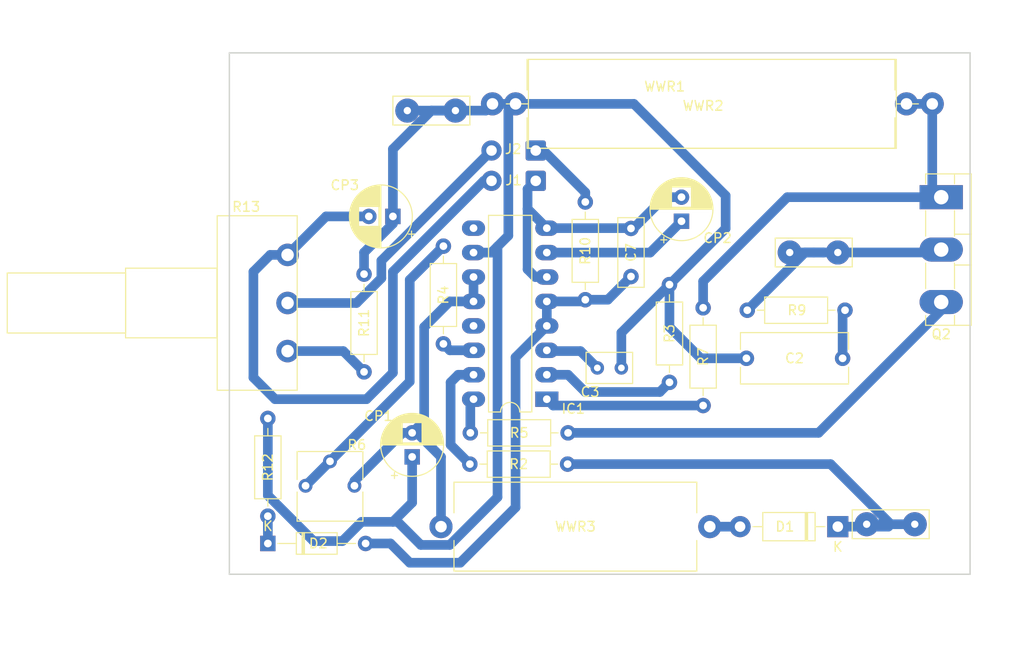
<source format=kicad_pcb>
(kicad_pcb (version 20171130) (host pcbnew 5.1.9)

  (general
    (thickness 1.6)
    (drawings 10)
    (tracks 136)
    (zones 0)
    (modules 29)
    (nets 26)
  )

  (page A4)
  (layers
    (0 F.Cu signal)
    (31 B.Cu signal)
    (32 B.Adhes user)
    (33 F.Adhes user)
    (34 B.Paste user)
    (35 F.Paste user)
    (36 B.SilkS user)
    (37 F.SilkS user)
    (38 B.Mask user)
    (39 F.Mask user)
    (40 Dwgs.User user)
    (41 Cmts.User user)
    (42 Eco1.User user)
    (43 Eco2.User user)
    (44 Edge.Cuts user)
    (45 Margin user)
    (46 B.CrtYd user)
    (47 F.CrtYd user)
    (48 B.Fab user)
    (49 F.Fab user)
  )

  (setup
    (last_trace_width 1)
    (user_trace_width 1)
    (trace_clearance 0.2)
    (zone_clearance 0.508)
    (zone_45_only no)
    (trace_min 0.2)
    (via_size 0.8)
    (via_drill 0.4)
    (via_min_size 0.4)
    (via_min_drill 0.3)
    (uvia_size 0.3)
    (uvia_drill 0.1)
    (uvias_allowed no)
    (uvia_min_size 0.2)
    (uvia_min_drill 0.1)
    (edge_width 0.05)
    (segment_width 0.2)
    (pcb_text_width 0.3)
    (pcb_text_size 1.5 1.5)
    (mod_edge_width 0.12)
    (mod_text_size 1 1)
    (mod_text_width 0.15)
    (pad_size 1.524 1.524)
    (pad_drill 0.762)
    (pad_to_mask_clearance 0)
    (aux_axis_origin 0 0)
    (visible_elements FFFFFF7F)
    (pcbplotparams
      (layerselection 0x010fc_ffffffff)
      (usegerberextensions false)
      (usegerberattributes true)
      (usegerberadvancedattributes true)
      (creategerberjobfile true)
      (excludeedgelayer true)
      (linewidth 0.100000)
      (plotframeref false)
      (viasonmask false)
      (mode 1)
      (useauxorigin false)
      (hpglpennumber 1)
      (hpglpenspeed 20)
      (hpglpendiameter 15.000000)
      (psnegative false)
      (psa4output false)
      (plotreference true)
      (plotvalue true)
      (plotinvisibletext false)
      (padsonsilk false)
      (subtractmaskfromsilk false)
      (outputformat 1)
      (mirror false)
      (drillshape 1)
      (scaleselection 1)
      (outputdirectory ""))
  )

  (net 0 "")
  (net 1 "Net-(C2-Pad1)")
  (net 2 Switch_NEUTRAL)
  (net 3 "Net-(C3-Pad1)")
  (net 4 "Net-(C7-Pad1)")
  (net 5 "Net-(C7-Pad2)")
  (net 6 "Net-(CP1-Pad2)")
  (net 7 "Net-(CP2-Pad1)")
  (net 8 "Net-(CP3-Pad2)")
  (net 9 Switch_LINE)
  (net 10 "Net-(D1-Pad2)")
  (net 11 "Net-(D2-Pad1)")
  (net 12 "Net-(IC1-Pad1)")
  (net 13 "Net-(IC1-Pad9)")
  (net 14 "Net-(IC1-Pad2)")
  (net 15 "Net-(IC1-Pad13)")
  (net 16 "Net-(IC1-Pad14)")
  (net 17 "Net-(IC1-Pad15)")
  (net 18 "Net-(IC1-Pad16)")
  (net 19 "Net-(J2-Pad1)")
  (net 20 "Net-(J2-Pad2)")
  (net 21 "Net-(Q2-Pad1)")
  (net 22 Motor_Control)
  (net 23 "Net-(Q2-Pad3)")
  (net 24 "Net-(R4-Pad2)")
  (net 25 "Net-(R11-Pad2)")

  (net_class Default "This is the default net class."
    (clearance 0.2)
    (trace_width 0.25)
    (via_dia 0.8)
    (via_drill 0.4)
    (uvia_dia 0.3)
    (uvia_drill 0.1)
    (add_net Motor_Control)
    (add_net "Net-(C2-Pad1)")
    (add_net "Net-(C3-Pad1)")
    (add_net "Net-(C7-Pad1)")
    (add_net "Net-(C7-Pad2)")
    (add_net "Net-(CP1-Pad2)")
    (add_net "Net-(CP2-Pad1)")
    (add_net "Net-(CP3-Pad2)")
    (add_net "Net-(D1-Pad2)")
    (add_net "Net-(D2-Pad1)")
    (add_net "Net-(IC1-Pad1)")
    (add_net "Net-(IC1-Pad13)")
    (add_net "Net-(IC1-Pad14)")
    (add_net "Net-(IC1-Pad15)")
    (add_net "Net-(IC1-Pad16)")
    (add_net "Net-(IC1-Pad2)")
    (add_net "Net-(IC1-Pad9)")
    (add_net "Net-(J2-Pad1)")
    (add_net "Net-(J2-Pad2)")
    (add_net "Net-(Q2-Pad1)")
    (add_net "Net-(Q2-Pad3)")
    (add_net "Net-(R11-Pad2)")
    (add_net "Net-(R4-Pad2)")
    (add_net Switch_LINE)
    (add_net Switch_NEUTRAL)
  )

  (module Capacitor_THT:C_Rect_L11.0mm_W5.1mm_P10.00mm_MKT (layer F.Cu) (tedit 5AE50EF0) (tstamp 60570065)
    (at 63.75 31.75 180)
    (descr "C, Rect series, Radial, pin pitch=10.00mm, , length*width=11.0*5.1mm^2, Capacitor, https://en.tdk.eu/inf/20/20/db/fc_2009/MKT_B32560_564.pdf")
    (tags "C Rect series Radial pin pitch 10.00mm  length 11.0mm width 5.1mm Capacitor")
    (path /607B7E39)
    (fp_text reference C2 (at 5 0) (layer F.SilkS)
      (effects (font (size 1 1) (thickness 0.15)))
    )
    (fp_text value 100ηF (at 1 -3.75) (layer F.Fab)
      (effects (font (size 1 1) (thickness 0.15)))
    )
    (fp_line (start -0.5 -2.55) (end -0.5 2.55) (layer F.Fab) (width 0.1))
    (fp_line (start -0.5 2.55) (end 10.5 2.55) (layer F.Fab) (width 0.1))
    (fp_line (start 10.5 2.55) (end 10.5 -2.55) (layer F.Fab) (width 0.1))
    (fp_line (start 10.5 -2.55) (end -0.5 -2.55) (layer F.Fab) (width 0.1))
    (fp_line (start -0.62 -2.67) (end 10.62 -2.67) (layer F.SilkS) (width 0.12))
    (fp_line (start -0.62 2.67) (end 10.62 2.67) (layer F.SilkS) (width 0.12))
    (fp_line (start -0.62 -2.67) (end -0.62 -0.925) (layer F.SilkS) (width 0.12))
    (fp_line (start -0.62 0.925) (end -0.62 2.67) (layer F.SilkS) (width 0.12))
    (fp_line (start 10.62 -2.67) (end 10.62 -0.925) (layer F.SilkS) (width 0.12))
    (fp_line (start 10.62 0.925) (end 10.62 2.67) (layer F.SilkS) (width 0.12))
    (fp_line (start -1.05 -2.8) (end -1.05 2.8) (layer F.CrtYd) (width 0.05))
    (fp_line (start -1.05 2.8) (end 11.05 2.8) (layer F.CrtYd) (width 0.05))
    (fp_line (start 11.05 2.8) (end 11.05 -2.8) (layer F.CrtYd) (width 0.05))
    (fp_line (start 11.05 -2.8) (end -1.05 -2.8) (layer F.CrtYd) (width 0.05))
    (fp_text user %R (at 5 0) (layer F.Fab)
      (effects (font (size 1 1) (thickness 0.15)))
    )
    (pad 1 thru_hole circle (at 0 0 180) (size 1.6 1.6) (drill 0.8) (layers *.Cu *.Mask)
      (net 1 "Net-(C2-Pad1)"))
    (pad 2 thru_hole circle (at 10 0 180) (size 1.6 1.6) (drill 0.8) (layers *.Cu *.Mask)
      (net 2 Switch_NEUTRAL))
    (model ${KISYS3DMOD}/Capacitor_THT.3dshapes/C_Rect_L11.0mm_W5.1mm_P10.00mm_MKT.wrl
      (at (xyz 0 0 0))
      (scale (xyz 1 1 1))
      (rotate (xyz 0 0 0))
    )
  )

  (module Capacitor_THT:C_Rect_L4.6mm_W3.0mm_P2.50mm_MKS02_FKP02 (layer F.Cu) (tedit 5AE50EF0) (tstamp 60570078)
    (at 38.25 32.75)
    (descr "C, Rect series, Radial, pin pitch=2.50mm, , length*width=4.6*3.0mm^2, Capacitor, http://www.wima.de/DE/WIMA_MKS_02.pdf")
    (tags "C Rect series Radial pin pitch 2.50mm  length 4.6mm width 3.0mm Capacitor")
    (path /60534338)
    (fp_text reference C3 (at -0.75 2.5) (layer F.SilkS)
      (effects (font (size 1 1) (thickness 0.15)))
    )
    (fp_text value 10ηF (at 3 -2.75) (layer F.Fab)
      (effects (font (size 1 1) (thickness 0.15)))
    )
    (fp_line (start -1.05 -1.5) (end -1.05 1.5) (layer F.Fab) (width 0.1))
    (fp_line (start -1.05 1.5) (end 3.55 1.5) (layer F.Fab) (width 0.1))
    (fp_line (start 3.55 1.5) (end 3.55 -1.5) (layer F.Fab) (width 0.1))
    (fp_line (start 3.55 -1.5) (end -1.05 -1.5) (layer F.Fab) (width 0.1))
    (fp_line (start -1.17 -1.62) (end 3.67 -1.62) (layer F.SilkS) (width 0.12))
    (fp_line (start -1.17 1.62) (end 3.67 1.62) (layer F.SilkS) (width 0.12))
    (fp_line (start -1.17 -1.62) (end -1.17 1.62) (layer F.SilkS) (width 0.12))
    (fp_line (start 3.67 -1.62) (end 3.67 1.62) (layer F.SilkS) (width 0.12))
    (fp_line (start -1.3 -1.75) (end -1.3 1.75) (layer F.CrtYd) (width 0.05))
    (fp_line (start -1.3 1.75) (end 3.8 1.75) (layer F.CrtYd) (width 0.05))
    (fp_line (start 3.8 1.75) (end 3.8 -1.75) (layer F.CrtYd) (width 0.05))
    (fp_line (start 3.8 -1.75) (end -1.3 -1.75) (layer F.CrtYd) (width 0.05))
    (fp_text user %R (at -0.75 2.5) (layer F.Fab)
      (effects (font (size 0.92 0.92) (thickness 0.138)))
    )
    (pad 1 thru_hole circle (at 0 0) (size 1.4 1.4) (drill 0.7) (layers *.Cu *.Mask)
      (net 3 "Net-(C3-Pad1)"))
    (pad 2 thru_hole circle (at 2.5 0) (size 1.4 1.4) (drill 0.7) (layers *.Cu *.Mask)
      (net 2 Switch_NEUTRAL))
    (model ${KISYS3DMOD}/Capacitor_THT.3dshapes/C_Rect_L4.6mm_W3.0mm_P2.50mm_MKS02_FKP02.wrl
      (at (xyz 0 0 0))
      (scale (xyz 1 1 1))
      (rotate (xyz 0 0 0))
    )
  )

  (module Capacitor_THT:C_Disc_D7.0mm_W2.5mm_P5.00mm (layer F.Cu) (tedit 5AE50EF0) (tstamp 6057008B)
    (at 41.75 18.25 270)
    (descr "C, Disc series, Radial, pin pitch=5.00mm, , diameter*width=7*2.5mm^2, Capacitor, http://cdn-reichelt.de/documents/datenblatt/B300/DS_KERKO_TC.pdf")
    (tags "C Disc series Radial pin pitch 5.00mm  diameter 7mm width 2.5mm Capacitor")
    (path /6053437E)
    (fp_text reference C7 (at 2.5 0 90) (layer F.SilkS)
      (effects (font (size 1 1) (thickness 0.15)))
    )
    (fp_text value 150ηF (at 7.25 0.25 180) (layer F.Fab)
      (effects (font (size 1 1) (thickness 0.15)))
    )
    (fp_line (start -1 -1.25) (end -1 1.25) (layer F.Fab) (width 0.1))
    (fp_line (start -1 1.25) (end 6 1.25) (layer F.Fab) (width 0.1))
    (fp_line (start 6 1.25) (end 6 -1.25) (layer F.Fab) (width 0.1))
    (fp_line (start 6 -1.25) (end -1 -1.25) (layer F.Fab) (width 0.1))
    (fp_line (start -1.12 -1.37) (end 6.12 -1.37) (layer F.SilkS) (width 0.12))
    (fp_line (start -1.12 1.37) (end 6.12 1.37) (layer F.SilkS) (width 0.12))
    (fp_line (start -1.12 -1.37) (end -1.12 1.37) (layer F.SilkS) (width 0.12))
    (fp_line (start 6.12 -1.37) (end 6.12 1.37) (layer F.SilkS) (width 0.12))
    (fp_line (start -1.25 -1.5) (end -1.25 1.5) (layer F.CrtYd) (width 0.05))
    (fp_line (start -1.25 1.5) (end 6.25 1.5) (layer F.CrtYd) (width 0.05))
    (fp_line (start 6.25 1.5) (end 6.25 -1.5) (layer F.CrtYd) (width 0.05))
    (fp_line (start 6.25 -1.5) (end -1.25 -1.5) (layer F.CrtYd) (width 0.05))
    (fp_text user %R (at 2.5 0 90) (layer F.Fab)
      (effects (font (size 1 1) (thickness 0.15)))
    )
    (pad 1 thru_hole circle (at 0 0 270) (size 1.6 1.6) (drill 0.8) (layers *.Cu *.Mask)
      (net 4 "Net-(C7-Pad1)"))
    (pad 2 thru_hole circle (at 5 0 270) (size 1.6 1.6) (drill 0.8) (layers *.Cu *.Mask)
      (net 5 "Net-(C7-Pad2)"))
    (model ${KISYS3DMOD}/Capacitor_THT.3dshapes/C_Disc_D7.0mm_W2.5mm_P5.00mm.wrl
      (at (xyz 0 0 0))
      (scale (xyz 1 1 1))
      (rotate (xyz 0 0 0))
    )
  )

  (module Capacitor_THT:CP_Radial_D6.3mm_P2.50mm (layer F.Cu) (tedit 5AE50EF0) (tstamp 6057011F)
    (at 19 42 90)
    (descr "CP, Radial series, Radial, pin pitch=2.50mm, , diameter=6.3mm, Electrolytic Capacitor")
    (tags "CP Radial series Radial pin pitch 2.50mm  diameter 6.3mm Electrolytic Capacitor")
    (path /6053430D)
    (fp_text reference CP1 (at 4.25 -3.5 180) (layer F.SilkS)
      (effects (font (size 1 1) (thickness 0.15)))
    )
    (fp_text value 47μF (at 5.5 -0.25 180) (layer F.Fab)
      (effects (font (size 1 1) (thickness 0.15)))
    )
    (fp_circle (center 1.25 0) (end 4.4 0) (layer F.Fab) (width 0.1))
    (fp_circle (center 1.25 0) (end 4.52 0) (layer F.SilkS) (width 0.12))
    (fp_circle (center 1.25 0) (end 4.65 0) (layer F.CrtYd) (width 0.05))
    (fp_line (start -1.443972 -1.3735) (end -0.813972 -1.3735) (layer F.Fab) (width 0.1))
    (fp_line (start -1.128972 -1.6885) (end -1.128972 -1.0585) (layer F.Fab) (width 0.1))
    (fp_line (start 1.25 -3.23) (end 1.25 3.23) (layer F.SilkS) (width 0.12))
    (fp_line (start 1.29 -3.23) (end 1.29 3.23) (layer F.SilkS) (width 0.12))
    (fp_line (start 1.33 -3.23) (end 1.33 3.23) (layer F.SilkS) (width 0.12))
    (fp_line (start 1.37 -3.228) (end 1.37 3.228) (layer F.SilkS) (width 0.12))
    (fp_line (start 1.41 -3.227) (end 1.41 3.227) (layer F.SilkS) (width 0.12))
    (fp_line (start 1.45 -3.224) (end 1.45 3.224) (layer F.SilkS) (width 0.12))
    (fp_line (start 1.49 -3.222) (end 1.49 -1.04) (layer F.SilkS) (width 0.12))
    (fp_line (start 1.49 1.04) (end 1.49 3.222) (layer F.SilkS) (width 0.12))
    (fp_line (start 1.53 -3.218) (end 1.53 -1.04) (layer F.SilkS) (width 0.12))
    (fp_line (start 1.53 1.04) (end 1.53 3.218) (layer F.SilkS) (width 0.12))
    (fp_line (start 1.57 -3.215) (end 1.57 -1.04) (layer F.SilkS) (width 0.12))
    (fp_line (start 1.57 1.04) (end 1.57 3.215) (layer F.SilkS) (width 0.12))
    (fp_line (start 1.61 -3.211) (end 1.61 -1.04) (layer F.SilkS) (width 0.12))
    (fp_line (start 1.61 1.04) (end 1.61 3.211) (layer F.SilkS) (width 0.12))
    (fp_line (start 1.65 -3.206) (end 1.65 -1.04) (layer F.SilkS) (width 0.12))
    (fp_line (start 1.65 1.04) (end 1.65 3.206) (layer F.SilkS) (width 0.12))
    (fp_line (start 1.69 -3.201) (end 1.69 -1.04) (layer F.SilkS) (width 0.12))
    (fp_line (start 1.69 1.04) (end 1.69 3.201) (layer F.SilkS) (width 0.12))
    (fp_line (start 1.73 -3.195) (end 1.73 -1.04) (layer F.SilkS) (width 0.12))
    (fp_line (start 1.73 1.04) (end 1.73 3.195) (layer F.SilkS) (width 0.12))
    (fp_line (start 1.77 -3.189) (end 1.77 -1.04) (layer F.SilkS) (width 0.12))
    (fp_line (start 1.77 1.04) (end 1.77 3.189) (layer F.SilkS) (width 0.12))
    (fp_line (start 1.81 -3.182) (end 1.81 -1.04) (layer F.SilkS) (width 0.12))
    (fp_line (start 1.81 1.04) (end 1.81 3.182) (layer F.SilkS) (width 0.12))
    (fp_line (start 1.85 -3.175) (end 1.85 -1.04) (layer F.SilkS) (width 0.12))
    (fp_line (start 1.85 1.04) (end 1.85 3.175) (layer F.SilkS) (width 0.12))
    (fp_line (start 1.89 -3.167) (end 1.89 -1.04) (layer F.SilkS) (width 0.12))
    (fp_line (start 1.89 1.04) (end 1.89 3.167) (layer F.SilkS) (width 0.12))
    (fp_line (start 1.93 -3.159) (end 1.93 -1.04) (layer F.SilkS) (width 0.12))
    (fp_line (start 1.93 1.04) (end 1.93 3.159) (layer F.SilkS) (width 0.12))
    (fp_line (start 1.971 -3.15) (end 1.971 -1.04) (layer F.SilkS) (width 0.12))
    (fp_line (start 1.971 1.04) (end 1.971 3.15) (layer F.SilkS) (width 0.12))
    (fp_line (start 2.011 -3.141) (end 2.011 -1.04) (layer F.SilkS) (width 0.12))
    (fp_line (start 2.011 1.04) (end 2.011 3.141) (layer F.SilkS) (width 0.12))
    (fp_line (start 2.051 -3.131) (end 2.051 -1.04) (layer F.SilkS) (width 0.12))
    (fp_line (start 2.051 1.04) (end 2.051 3.131) (layer F.SilkS) (width 0.12))
    (fp_line (start 2.091 -3.121) (end 2.091 -1.04) (layer F.SilkS) (width 0.12))
    (fp_line (start 2.091 1.04) (end 2.091 3.121) (layer F.SilkS) (width 0.12))
    (fp_line (start 2.131 -3.11) (end 2.131 -1.04) (layer F.SilkS) (width 0.12))
    (fp_line (start 2.131 1.04) (end 2.131 3.11) (layer F.SilkS) (width 0.12))
    (fp_line (start 2.171 -3.098) (end 2.171 -1.04) (layer F.SilkS) (width 0.12))
    (fp_line (start 2.171 1.04) (end 2.171 3.098) (layer F.SilkS) (width 0.12))
    (fp_line (start 2.211 -3.086) (end 2.211 -1.04) (layer F.SilkS) (width 0.12))
    (fp_line (start 2.211 1.04) (end 2.211 3.086) (layer F.SilkS) (width 0.12))
    (fp_line (start 2.251 -3.074) (end 2.251 -1.04) (layer F.SilkS) (width 0.12))
    (fp_line (start 2.251 1.04) (end 2.251 3.074) (layer F.SilkS) (width 0.12))
    (fp_line (start 2.291 -3.061) (end 2.291 -1.04) (layer F.SilkS) (width 0.12))
    (fp_line (start 2.291 1.04) (end 2.291 3.061) (layer F.SilkS) (width 0.12))
    (fp_line (start 2.331 -3.047) (end 2.331 -1.04) (layer F.SilkS) (width 0.12))
    (fp_line (start 2.331 1.04) (end 2.331 3.047) (layer F.SilkS) (width 0.12))
    (fp_line (start 2.371 -3.033) (end 2.371 -1.04) (layer F.SilkS) (width 0.12))
    (fp_line (start 2.371 1.04) (end 2.371 3.033) (layer F.SilkS) (width 0.12))
    (fp_line (start 2.411 -3.018) (end 2.411 -1.04) (layer F.SilkS) (width 0.12))
    (fp_line (start 2.411 1.04) (end 2.411 3.018) (layer F.SilkS) (width 0.12))
    (fp_line (start 2.451 -3.002) (end 2.451 -1.04) (layer F.SilkS) (width 0.12))
    (fp_line (start 2.451 1.04) (end 2.451 3.002) (layer F.SilkS) (width 0.12))
    (fp_line (start 2.491 -2.986) (end 2.491 -1.04) (layer F.SilkS) (width 0.12))
    (fp_line (start 2.491 1.04) (end 2.491 2.986) (layer F.SilkS) (width 0.12))
    (fp_line (start 2.531 -2.97) (end 2.531 -1.04) (layer F.SilkS) (width 0.12))
    (fp_line (start 2.531 1.04) (end 2.531 2.97) (layer F.SilkS) (width 0.12))
    (fp_line (start 2.571 -2.952) (end 2.571 -1.04) (layer F.SilkS) (width 0.12))
    (fp_line (start 2.571 1.04) (end 2.571 2.952) (layer F.SilkS) (width 0.12))
    (fp_line (start 2.611 -2.934) (end 2.611 -1.04) (layer F.SilkS) (width 0.12))
    (fp_line (start 2.611 1.04) (end 2.611 2.934) (layer F.SilkS) (width 0.12))
    (fp_line (start 2.651 -2.916) (end 2.651 -1.04) (layer F.SilkS) (width 0.12))
    (fp_line (start 2.651 1.04) (end 2.651 2.916) (layer F.SilkS) (width 0.12))
    (fp_line (start 2.691 -2.896) (end 2.691 -1.04) (layer F.SilkS) (width 0.12))
    (fp_line (start 2.691 1.04) (end 2.691 2.896) (layer F.SilkS) (width 0.12))
    (fp_line (start 2.731 -2.876) (end 2.731 -1.04) (layer F.SilkS) (width 0.12))
    (fp_line (start 2.731 1.04) (end 2.731 2.876) (layer F.SilkS) (width 0.12))
    (fp_line (start 2.771 -2.856) (end 2.771 -1.04) (layer F.SilkS) (width 0.12))
    (fp_line (start 2.771 1.04) (end 2.771 2.856) (layer F.SilkS) (width 0.12))
    (fp_line (start 2.811 -2.834) (end 2.811 -1.04) (layer F.SilkS) (width 0.12))
    (fp_line (start 2.811 1.04) (end 2.811 2.834) (layer F.SilkS) (width 0.12))
    (fp_line (start 2.851 -2.812) (end 2.851 -1.04) (layer F.SilkS) (width 0.12))
    (fp_line (start 2.851 1.04) (end 2.851 2.812) (layer F.SilkS) (width 0.12))
    (fp_line (start 2.891 -2.79) (end 2.891 -1.04) (layer F.SilkS) (width 0.12))
    (fp_line (start 2.891 1.04) (end 2.891 2.79) (layer F.SilkS) (width 0.12))
    (fp_line (start 2.931 -2.766) (end 2.931 -1.04) (layer F.SilkS) (width 0.12))
    (fp_line (start 2.931 1.04) (end 2.931 2.766) (layer F.SilkS) (width 0.12))
    (fp_line (start 2.971 -2.742) (end 2.971 -1.04) (layer F.SilkS) (width 0.12))
    (fp_line (start 2.971 1.04) (end 2.971 2.742) (layer F.SilkS) (width 0.12))
    (fp_line (start 3.011 -2.716) (end 3.011 -1.04) (layer F.SilkS) (width 0.12))
    (fp_line (start 3.011 1.04) (end 3.011 2.716) (layer F.SilkS) (width 0.12))
    (fp_line (start 3.051 -2.69) (end 3.051 -1.04) (layer F.SilkS) (width 0.12))
    (fp_line (start 3.051 1.04) (end 3.051 2.69) (layer F.SilkS) (width 0.12))
    (fp_line (start 3.091 -2.664) (end 3.091 -1.04) (layer F.SilkS) (width 0.12))
    (fp_line (start 3.091 1.04) (end 3.091 2.664) (layer F.SilkS) (width 0.12))
    (fp_line (start 3.131 -2.636) (end 3.131 -1.04) (layer F.SilkS) (width 0.12))
    (fp_line (start 3.131 1.04) (end 3.131 2.636) (layer F.SilkS) (width 0.12))
    (fp_line (start 3.171 -2.607) (end 3.171 -1.04) (layer F.SilkS) (width 0.12))
    (fp_line (start 3.171 1.04) (end 3.171 2.607) (layer F.SilkS) (width 0.12))
    (fp_line (start 3.211 -2.578) (end 3.211 -1.04) (layer F.SilkS) (width 0.12))
    (fp_line (start 3.211 1.04) (end 3.211 2.578) (layer F.SilkS) (width 0.12))
    (fp_line (start 3.251 -2.548) (end 3.251 -1.04) (layer F.SilkS) (width 0.12))
    (fp_line (start 3.251 1.04) (end 3.251 2.548) (layer F.SilkS) (width 0.12))
    (fp_line (start 3.291 -2.516) (end 3.291 -1.04) (layer F.SilkS) (width 0.12))
    (fp_line (start 3.291 1.04) (end 3.291 2.516) (layer F.SilkS) (width 0.12))
    (fp_line (start 3.331 -2.484) (end 3.331 -1.04) (layer F.SilkS) (width 0.12))
    (fp_line (start 3.331 1.04) (end 3.331 2.484) (layer F.SilkS) (width 0.12))
    (fp_line (start 3.371 -2.45) (end 3.371 -1.04) (layer F.SilkS) (width 0.12))
    (fp_line (start 3.371 1.04) (end 3.371 2.45) (layer F.SilkS) (width 0.12))
    (fp_line (start 3.411 -2.416) (end 3.411 -1.04) (layer F.SilkS) (width 0.12))
    (fp_line (start 3.411 1.04) (end 3.411 2.416) (layer F.SilkS) (width 0.12))
    (fp_line (start 3.451 -2.38) (end 3.451 -1.04) (layer F.SilkS) (width 0.12))
    (fp_line (start 3.451 1.04) (end 3.451 2.38) (layer F.SilkS) (width 0.12))
    (fp_line (start 3.491 -2.343) (end 3.491 -1.04) (layer F.SilkS) (width 0.12))
    (fp_line (start 3.491 1.04) (end 3.491 2.343) (layer F.SilkS) (width 0.12))
    (fp_line (start 3.531 -2.305) (end 3.531 -1.04) (layer F.SilkS) (width 0.12))
    (fp_line (start 3.531 1.04) (end 3.531 2.305) (layer F.SilkS) (width 0.12))
    (fp_line (start 3.571 -2.265) (end 3.571 2.265) (layer F.SilkS) (width 0.12))
    (fp_line (start 3.611 -2.224) (end 3.611 2.224) (layer F.SilkS) (width 0.12))
    (fp_line (start 3.651 -2.182) (end 3.651 2.182) (layer F.SilkS) (width 0.12))
    (fp_line (start 3.691 -2.137) (end 3.691 2.137) (layer F.SilkS) (width 0.12))
    (fp_line (start 3.731 -2.092) (end 3.731 2.092) (layer F.SilkS) (width 0.12))
    (fp_line (start 3.771 -2.044) (end 3.771 2.044) (layer F.SilkS) (width 0.12))
    (fp_line (start 3.811 -1.995) (end 3.811 1.995) (layer F.SilkS) (width 0.12))
    (fp_line (start 3.851 -1.944) (end 3.851 1.944) (layer F.SilkS) (width 0.12))
    (fp_line (start 3.891 -1.89) (end 3.891 1.89) (layer F.SilkS) (width 0.12))
    (fp_line (start 3.931 -1.834) (end 3.931 1.834) (layer F.SilkS) (width 0.12))
    (fp_line (start 3.971 -1.776) (end 3.971 1.776) (layer F.SilkS) (width 0.12))
    (fp_line (start 4.011 -1.714) (end 4.011 1.714) (layer F.SilkS) (width 0.12))
    (fp_line (start 4.051 -1.65) (end 4.051 1.65) (layer F.SilkS) (width 0.12))
    (fp_line (start 4.091 -1.581) (end 4.091 1.581) (layer F.SilkS) (width 0.12))
    (fp_line (start 4.131 -1.509) (end 4.131 1.509) (layer F.SilkS) (width 0.12))
    (fp_line (start 4.171 -1.432) (end 4.171 1.432) (layer F.SilkS) (width 0.12))
    (fp_line (start 4.211 -1.35) (end 4.211 1.35) (layer F.SilkS) (width 0.12))
    (fp_line (start 4.251 -1.262) (end 4.251 1.262) (layer F.SilkS) (width 0.12))
    (fp_line (start 4.291 -1.165) (end 4.291 1.165) (layer F.SilkS) (width 0.12))
    (fp_line (start 4.331 -1.059) (end 4.331 1.059) (layer F.SilkS) (width 0.12))
    (fp_line (start 4.371 -0.94) (end 4.371 0.94) (layer F.SilkS) (width 0.12))
    (fp_line (start 4.411 -0.802) (end 4.411 0.802) (layer F.SilkS) (width 0.12))
    (fp_line (start 4.451 -0.633) (end 4.451 0.633) (layer F.SilkS) (width 0.12))
    (fp_line (start 4.491 -0.402) (end 4.491 0.402) (layer F.SilkS) (width 0.12))
    (fp_line (start -2.250241 -1.839) (end -1.620241 -1.839) (layer F.SilkS) (width 0.12))
    (fp_line (start -1.935241 -2.154) (end -1.935241 -1.524) (layer F.SilkS) (width 0.12))
    (fp_text user %R (at 4.25 -3.5 180) (layer F.Fab)
      (effects (font (size 1 1) (thickness 0.15)))
    )
    (pad 1 thru_hole rect (at 0 0 90) (size 1.6 1.6) (drill 0.8) (layers *.Cu *.Mask)
      (net 2 Switch_NEUTRAL))
    (pad 2 thru_hole circle (at 2.5 0 90) (size 1.6 1.6) (drill 0.8) (layers *.Cu *.Mask)
      (net 6 "Net-(CP1-Pad2)"))
    (model ${KISYS3DMOD}/Capacitor_THT.3dshapes/CP_Radial_D6.3mm_P2.50mm.wrl
      (at (xyz 0 0 0))
      (scale (xyz 1 1 1))
      (rotate (xyz 0 0 0))
    )
  )

  (module Capacitor_THT:CP_Radial_D6.3mm_P2.50mm (layer F.Cu) (tedit 5AE50EF0) (tstamp 605701B3)
    (at 47 17.5 90)
    (descr "CP, Radial series, Radial, pin pitch=2.50mm, , diameter=6.3mm, Electrolytic Capacitor")
    (tags "CP Radial series Radial pin pitch 2.50mm  diameter 6.3mm Electrolytic Capacitor")
    (path /6053436A)
    (fp_text reference CP2 (at -1.75 3.75 180) (layer F.SilkS)
      (effects (font (size 1 1) (thickness 0.15)))
    )
    (fp_text value 10μF (at 3.75 4.5 180) (layer F.Fab)
      (effects (font (size 1 1) (thickness 0.15)))
    )
    (fp_circle (center 1.25 0) (end 4.4 0) (layer F.Fab) (width 0.1))
    (fp_circle (center 1.25 0) (end 4.52 0) (layer F.SilkS) (width 0.12))
    (fp_circle (center 1.25 0) (end 4.65 0) (layer F.CrtYd) (width 0.05))
    (fp_line (start -1.443972 -1.3735) (end -0.813972 -1.3735) (layer F.Fab) (width 0.1))
    (fp_line (start -1.128972 -1.6885) (end -1.128972 -1.0585) (layer F.Fab) (width 0.1))
    (fp_line (start 1.25 -3.23) (end 1.25 3.23) (layer F.SilkS) (width 0.12))
    (fp_line (start 1.29 -3.23) (end 1.29 3.23) (layer F.SilkS) (width 0.12))
    (fp_line (start 1.33 -3.23) (end 1.33 3.23) (layer F.SilkS) (width 0.12))
    (fp_line (start 1.37 -3.228) (end 1.37 3.228) (layer F.SilkS) (width 0.12))
    (fp_line (start 1.41 -3.227) (end 1.41 3.227) (layer F.SilkS) (width 0.12))
    (fp_line (start 1.45 -3.224) (end 1.45 3.224) (layer F.SilkS) (width 0.12))
    (fp_line (start 1.49 -3.222) (end 1.49 -1.04) (layer F.SilkS) (width 0.12))
    (fp_line (start 1.49 1.04) (end 1.49 3.222) (layer F.SilkS) (width 0.12))
    (fp_line (start 1.53 -3.218) (end 1.53 -1.04) (layer F.SilkS) (width 0.12))
    (fp_line (start 1.53 1.04) (end 1.53 3.218) (layer F.SilkS) (width 0.12))
    (fp_line (start 1.57 -3.215) (end 1.57 -1.04) (layer F.SilkS) (width 0.12))
    (fp_line (start 1.57 1.04) (end 1.57 3.215) (layer F.SilkS) (width 0.12))
    (fp_line (start 1.61 -3.211) (end 1.61 -1.04) (layer F.SilkS) (width 0.12))
    (fp_line (start 1.61 1.04) (end 1.61 3.211) (layer F.SilkS) (width 0.12))
    (fp_line (start 1.65 -3.206) (end 1.65 -1.04) (layer F.SilkS) (width 0.12))
    (fp_line (start 1.65 1.04) (end 1.65 3.206) (layer F.SilkS) (width 0.12))
    (fp_line (start 1.69 -3.201) (end 1.69 -1.04) (layer F.SilkS) (width 0.12))
    (fp_line (start 1.69 1.04) (end 1.69 3.201) (layer F.SilkS) (width 0.12))
    (fp_line (start 1.73 -3.195) (end 1.73 -1.04) (layer F.SilkS) (width 0.12))
    (fp_line (start 1.73 1.04) (end 1.73 3.195) (layer F.SilkS) (width 0.12))
    (fp_line (start 1.77 -3.189) (end 1.77 -1.04) (layer F.SilkS) (width 0.12))
    (fp_line (start 1.77 1.04) (end 1.77 3.189) (layer F.SilkS) (width 0.12))
    (fp_line (start 1.81 -3.182) (end 1.81 -1.04) (layer F.SilkS) (width 0.12))
    (fp_line (start 1.81 1.04) (end 1.81 3.182) (layer F.SilkS) (width 0.12))
    (fp_line (start 1.85 -3.175) (end 1.85 -1.04) (layer F.SilkS) (width 0.12))
    (fp_line (start 1.85 1.04) (end 1.85 3.175) (layer F.SilkS) (width 0.12))
    (fp_line (start 1.89 -3.167) (end 1.89 -1.04) (layer F.SilkS) (width 0.12))
    (fp_line (start 1.89 1.04) (end 1.89 3.167) (layer F.SilkS) (width 0.12))
    (fp_line (start 1.93 -3.159) (end 1.93 -1.04) (layer F.SilkS) (width 0.12))
    (fp_line (start 1.93 1.04) (end 1.93 3.159) (layer F.SilkS) (width 0.12))
    (fp_line (start 1.971 -3.15) (end 1.971 -1.04) (layer F.SilkS) (width 0.12))
    (fp_line (start 1.971 1.04) (end 1.971 3.15) (layer F.SilkS) (width 0.12))
    (fp_line (start 2.011 -3.141) (end 2.011 -1.04) (layer F.SilkS) (width 0.12))
    (fp_line (start 2.011 1.04) (end 2.011 3.141) (layer F.SilkS) (width 0.12))
    (fp_line (start 2.051 -3.131) (end 2.051 -1.04) (layer F.SilkS) (width 0.12))
    (fp_line (start 2.051 1.04) (end 2.051 3.131) (layer F.SilkS) (width 0.12))
    (fp_line (start 2.091 -3.121) (end 2.091 -1.04) (layer F.SilkS) (width 0.12))
    (fp_line (start 2.091 1.04) (end 2.091 3.121) (layer F.SilkS) (width 0.12))
    (fp_line (start 2.131 -3.11) (end 2.131 -1.04) (layer F.SilkS) (width 0.12))
    (fp_line (start 2.131 1.04) (end 2.131 3.11) (layer F.SilkS) (width 0.12))
    (fp_line (start 2.171 -3.098) (end 2.171 -1.04) (layer F.SilkS) (width 0.12))
    (fp_line (start 2.171 1.04) (end 2.171 3.098) (layer F.SilkS) (width 0.12))
    (fp_line (start 2.211 -3.086) (end 2.211 -1.04) (layer F.SilkS) (width 0.12))
    (fp_line (start 2.211 1.04) (end 2.211 3.086) (layer F.SilkS) (width 0.12))
    (fp_line (start 2.251 -3.074) (end 2.251 -1.04) (layer F.SilkS) (width 0.12))
    (fp_line (start 2.251 1.04) (end 2.251 3.074) (layer F.SilkS) (width 0.12))
    (fp_line (start 2.291 -3.061) (end 2.291 -1.04) (layer F.SilkS) (width 0.12))
    (fp_line (start 2.291 1.04) (end 2.291 3.061) (layer F.SilkS) (width 0.12))
    (fp_line (start 2.331 -3.047) (end 2.331 -1.04) (layer F.SilkS) (width 0.12))
    (fp_line (start 2.331 1.04) (end 2.331 3.047) (layer F.SilkS) (width 0.12))
    (fp_line (start 2.371 -3.033) (end 2.371 -1.04) (layer F.SilkS) (width 0.12))
    (fp_line (start 2.371 1.04) (end 2.371 3.033) (layer F.SilkS) (width 0.12))
    (fp_line (start 2.411 -3.018) (end 2.411 -1.04) (layer F.SilkS) (width 0.12))
    (fp_line (start 2.411 1.04) (end 2.411 3.018) (layer F.SilkS) (width 0.12))
    (fp_line (start 2.451 -3.002) (end 2.451 -1.04) (layer F.SilkS) (width 0.12))
    (fp_line (start 2.451 1.04) (end 2.451 3.002) (layer F.SilkS) (width 0.12))
    (fp_line (start 2.491 -2.986) (end 2.491 -1.04) (layer F.SilkS) (width 0.12))
    (fp_line (start 2.491 1.04) (end 2.491 2.986) (layer F.SilkS) (width 0.12))
    (fp_line (start 2.531 -2.97) (end 2.531 -1.04) (layer F.SilkS) (width 0.12))
    (fp_line (start 2.531 1.04) (end 2.531 2.97) (layer F.SilkS) (width 0.12))
    (fp_line (start 2.571 -2.952) (end 2.571 -1.04) (layer F.SilkS) (width 0.12))
    (fp_line (start 2.571 1.04) (end 2.571 2.952) (layer F.SilkS) (width 0.12))
    (fp_line (start 2.611 -2.934) (end 2.611 -1.04) (layer F.SilkS) (width 0.12))
    (fp_line (start 2.611 1.04) (end 2.611 2.934) (layer F.SilkS) (width 0.12))
    (fp_line (start 2.651 -2.916) (end 2.651 -1.04) (layer F.SilkS) (width 0.12))
    (fp_line (start 2.651 1.04) (end 2.651 2.916) (layer F.SilkS) (width 0.12))
    (fp_line (start 2.691 -2.896) (end 2.691 -1.04) (layer F.SilkS) (width 0.12))
    (fp_line (start 2.691 1.04) (end 2.691 2.896) (layer F.SilkS) (width 0.12))
    (fp_line (start 2.731 -2.876) (end 2.731 -1.04) (layer F.SilkS) (width 0.12))
    (fp_line (start 2.731 1.04) (end 2.731 2.876) (layer F.SilkS) (width 0.12))
    (fp_line (start 2.771 -2.856) (end 2.771 -1.04) (layer F.SilkS) (width 0.12))
    (fp_line (start 2.771 1.04) (end 2.771 2.856) (layer F.SilkS) (width 0.12))
    (fp_line (start 2.811 -2.834) (end 2.811 -1.04) (layer F.SilkS) (width 0.12))
    (fp_line (start 2.811 1.04) (end 2.811 2.834) (layer F.SilkS) (width 0.12))
    (fp_line (start 2.851 -2.812) (end 2.851 -1.04) (layer F.SilkS) (width 0.12))
    (fp_line (start 2.851 1.04) (end 2.851 2.812) (layer F.SilkS) (width 0.12))
    (fp_line (start 2.891 -2.79) (end 2.891 -1.04) (layer F.SilkS) (width 0.12))
    (fp_line (start 2.891 1.04) (end 2.891 2.79) (layer F.SilkS) (width 0.12))
    (fp_line (start 2.931 -2.766) (end 2.931 -1.04) (layer F.SilkS) (width 0.12))
    (fp_line (start 2.931 1.04) (end 2.931 2.766) (layer F.SilkS) (width 0.12))
    (fp_line (start 2.971 -2.742) (end 2.971 -1.04) (layer F.SilkS) (width 0.12))
    (fp_line (start 2.971 1.04) (end 2.971 2.742) (layer F.SilkS) (width 0.12))
    (fp_line (start 3.011 -2.716) (end 3.011 -1.04) (layer F.SilkS) (width 0.12))
    (fp_line (start 3.011 1.04) (end 3.011 2.716) (layer F.SilkS) (width 0.12))
    (fp_line (start 3.051 -2.69) (end 3.051 -1.04) (layer F.SilkS) (width 0.12))
    (fp_line (start 3.051 1.04) (end 3.051 2.69) (layer F.SilkS) (width 0.12))
    (fp_line (start 3.091 -2.664) (end 3.091 -1.04) (layer F.SilkS) (width 0.12))
    (fp_line (start 3.091 1.04) (end 3.091 2.664) (layer F.SilkS) (width 0.12))
    (fp_line (start 3.131 -2.636) (end 3.131 -1.04) (layer F.SilkS) (width 0.12))
    (fp_line (start 3.131 1.04) (end 3.131 2.636) (layer F.SilkS) (width 0.12))
    (fp_line (start 3.171 -2.607) (end 3.171 -1.04) (layer F.SilkS) (width 0.12))
    (fp_line (start 3.171 1.04) (end 3.171 2.607) (layer F.SilkS) (width 0.12))
    (fp_line (start 3.211 -2.578) (end 3.211 -1.04) (layer F.SilkS) (width 0.12))
    (fp_line (start 3.211 1.04) (end 3.211 2.578) (layer F.SilkS) (width 0.12))
    (fp_line (start 3.251 -2.548) (end 3.251 -1.04) (layer F.SilkS) (width 0.12))
    (fp_line (start 3.251 1.04) (end 3.251 2.548) (layer F.SilkS) (width 0.12))
    (fp_line (start 3.291 -2.516) (end 3.291 -1.04) (layer F.SilkS) (width 0.12))
    (fp_line (start 3.291 1.04) (end 3.291 2.516) (layer F.SilkS) (width 0.12))
    (fp_line (start 3.331 -2.484) (end 3.331 -1.04) (layer F.SilkS) (width 0.12))
    (fp_line (start 3.331 1.04) (end 3.331 2.484) (layer F.SilkS) (width 0.12))
    (fp_line (start 3.371 -2.45) (end 3.371 -1.04) (layer F.SilkS) (width 0.12))
    (fp_line (start 3.371 1.04) (end 3.371 2.45) (layer F.SilkS) (width 0.12))
    (fp_line (start 3.411 -2.416) (end 3.411 -1.04) (layer F.SilkS) (width 0.12))
    (fp_line (start 3.411 1.04) (end 3.411 2.416) (layer F.SilkS) (width 0.12))
    (fp_line (start 3.451 -2.38) (end 3.451 -1.04) (layer F.SilkS) (width 0.12))
    (fp_line (start 3.451 1.04) (end 3.451 2.38) (layer F.SilkS) (width 0.12))
    (fp_line (start 3.491 -2.343) (end 3.491 -1.04) (layer F.SilkS) (width 0.12))
    (fp_line (start 3.491 1.04) (end 3.491 2.343) (layer F.SilkS) (width 0.12))
    (fp_line (start 3.531 -2.305) (end 3.531 -1.04) (layer F.SilkS) (width 0.12))
    (fp_line (start 3.531 1.04) (end 3.531 2.305) (layer F.SilkS) (width 0.12))
    (fp_line (start 3.571 -2.265) (end 3.571 2.265) (layer F.SilkS) (width 0.12))
    (fp_line (start 3.611 -2.224) (end 3.611 2.224) (layer F.SilkS) (width 0.12))
    (fp_line (start 3.651 -2.182) (end 3.651 2.182) (layer F.SilkS) (width 0.12))
    (fp_line (start 3.691 -2.137) (end 3.691 2.137) (layer F.SilkS) (width 0.12))
    (fp_line (start 3.731 -2.092) (end 3.731 2.092) (layer F.SilkS) (width 0.12))
    (fp_line (start 3.771 -2.044) (end 3.771 2.044) (layer F.SilkS) (width 0.12))
    (fp_line (start 3.811 -1.995) (end 3.811 1.995) (layer F.SilkS) (width 0.12))
    (fp_line (start 3.851 -1.944) (end 3.851 1.944) (layer F.SilkS) (width 0.12))
    (fp_line (start 3.891 -1.89) (end 3.891 1.89) (layer F.SilkS) (width 0.12))
    (fp_line (start 3.931 -1.834) (end 3.931 1.834) (layer F.SilkS) (width 0.12))
    (fp_line (start 3.971 -1.776) (end 3.971 1.776) (layer F.SilkS) (width 0.12))
    (fp_line (start 4.011 -1.714) (end 4.011 1.714) (layer F.SilkS) (width 0.12))
    (fp_line (start 4.051 -1.65) (end 4.051 1.65) (layer F.SilkS) (width 0.12))
    (fp_line (start 4.091 -1.581) (end 4.091 1.581) (layer F.SilkS) (width 0.12))
    (fp_line (start 4.131 -1.509) (end 4.131 1.509) (layer F.SilkS) (width 0.12))
    (fp_line (start 4.171 -1.432) (end 4.171 1.432) (layer F.SilkS) (width 0.12))
    (fp_line (start 4.211 -1.35) (end 4.211 1.35) (layer F.SilkS) (width 0.12))
    (fp_line (start 4.251 -1.262) (end 4.251 1.262) (layer F.SilkS) (width 0.12))
    (fp_line (start 4.291 -1.165) (end 4.291 1.165) (layer F.SilkS) (width 0.12))
    (fp_line (start 4.331 -1.059) (end 4.331 1.059) (layer F.SilkS) (width 0.12))
    (fp_line (start 4.371 -0.94) (end 4.371 0.94) (layer F.SilkS) (width 0.12))
    (fp_line (start 4.411 -0.802) (end 4.411 0.802) (layer F.SilkS) (width 0.12))
    (fp_line (start 4.451 -0.633) (end 4.451 0.633) (layer F.SilkS) (width 0.12))
    (fp_line (start 4.491 -0.402) (end 4.491 0.402) (layer F.SilkS) (width 0.12))
    (fp_line (start -2.250241 -1.839) (end -1.620241 -1.839) (layer F.SilkS) (width 0.12))
    (fp_line (start -1.935241 -2.154) (end -1.935241 -1.524) (layer F.SilkS) (width 0.12))
    (fp_text user %R (at -1.75 3.75 180) (layer F.Fab)
      (effects (font (size 1 1) (thickness 0.15)))
    )
    (pad 1 thru_hole rect (at 0 0 90) (size 1.6 1.6) (drill 0.8) (layers *.Cu *.Mask)
      (net 7 "Net-(CP2-Pad1)"))
    (pad 2 thru_hole circle (at 2.5 0 90) (size 1.6 1.6) (drill 0.8) (layers *.Cu *.Mask)
      (net 4 "Net-(C7-Pad1)"))
    (model ${KISYS3DMOD}/Capacitor_THT.3dshapes/CP_Radial_D6.3mm_P2.50mm.wrl
      (at (xyz 0 0 0))
      (scale (xyz 1 1 1))
      (rotate (xyz 0 0 0))
    )
  )

  (module Capacitor_THT:CP_Radial_D6.3mm_P2.50mm (layer F.Cu) (tedit 5AE50EF0) (tstamp 60570247)
    (at 17 17 180)
    (descr "CP, Radial series, Radial, pin pitch=2.50mm, , diameter=6.3mm, Electrolytic Capacitor")
    (tags "CP Radial series Radial pin pitch 2.50mm  diameter 6.3mm Electrolytic Capacitor")
    (path /60534360)
    (fp_text reference CP3 (at 5 3.25) (layer F.SilkS)
      (effects (font (size 1 1) (thickness 0.15)))
    )
    (fp_text value 1μF (at 1.25 4.4) (layer F.Fab)
      (effects (font (size 1 1) (thickness 0.15)))
    )
    (fp_line (start -1.935241 -2.154) (end -1.935241 -1.524) (layer F.SilkS) (width 0.12))
    (fp_line (start -2.250241 -1.839) (end -1.620241 -1.839) (layer F.SilkS) (width 0.12))
    (fp_line (start 4.491 -0.402) (end 4.491 0.402) (layer F.SilkS) (width 0.12))
    (fp_line (start 4.451 -0.633) (end 4.451 0.633) (layer F.SilkS) (width 0.12))
    (fp_line (start 4.411 -0.802) (end 4.411 0.802) (layer F.SilkS) (width 0.12))
    (fp_line (start 4.371 -0.94) (end 4.371 0.94) (layer F.SilkS) (width 0.12))
    (fp_line (start 4.331 -1.059) (end 4.331 1.059) (layer F.SilkS) (width 0.12))
    (fp_line (start 4.291 -1.165) (end 4.291 1.165) (layer F.SilkS) (width 0.12))
    (fp_line (start 4.251 -1.262) (end 4.251 1.262) (layer F.SilkS) (width 0.12))
    (fp_line (start 4.211 -1.35) (end 4.211 1.35) (layer F.SilkS) (width 0.12))
    (fp_line (start 4.171 -1.432) (end 4.171 1.432) (layer F.SilkS) (width 0.12))
    (fp_line (start 4.131 -1.509) (end 4.131 1.509) (layer F.SilkS) (width 0.12))
    (fp_line (start 4.091 -1.581) (end 4.091 1.581) (layer F.SilkS) (width 0.12))
    (fp_line (start 4.051 -1.65) (end 4.051 1.65) (layer F.SilkS) (width 0.12))
    (fp_line (start 4.011 -1.714) (end 4.011 1.714) (layer F.SilkS) (width 0.12))
    (fp_line (start 3.971 -1.776) (end 3.971 1.776) (layer F.SilkS) (width 0.12))
    (fp_line (start 3.931 -1.834) (end 3.931 1.834) (layer F.SilkS) (width 0.12))
    (fp_line (start 3.891 -1.89) (end 3.891 1.89) (layer F.SilkS) (width 0.12))
    (fp_line (start 3.851 -1.944) (end 3.851 1.944) (layer F.SilkS) (width 0.12))
    (fp_line (start 3.811 -1.995) (end 3.811 1.995) (layer F.SilkS) (width 0.12))
    (fp_line (start 3.771 -2.044) (end 3.771 2.044) (layer F.SilkS) (width 0.12))
    (fp_line (start 3.731 -2.092) (end 3.731 2.092) (layer F.SilkS) (width 0.12))
    (fp_line (start 3.691 -2.137) (end 3.691 2.137) (layer F.SilkS) (width 0.12))
    (fp_line (start 3.651 -2.182) (end 3.651 2.182) (layer F.SilkS) (width 0.12))
    (fp_line (start 3.611 -2.224) (end 3.611 2.224) (layer F.SilkS) (width 0.12))
    (fp_line (start 3.571 -2.265) (end 3.571 2.265) (layer F.SilkS) (width 0.12))
    (fp_line (start 3.531 1.04) (end 3.531 2.305) (layer F.SilkS) (width 0.12))
    (fp_line (start 3.531 -2.305) (end 3.531 -1.04) (layer F.SilkS) (width 0.12))
    (fp_line (start 3.491 1.04) (end 3.491 2.343) (layer F.SilkS) (width 0.12))
    (fp_line (start 3.491 -2.343) (end 3.491 -1.04) (layer F.SilkS) (width 0.12))
    (fp_line (start 3.451 1.04) (end 3.451 2.38) (layer F.SilkS) (width 0.12))
    (fp_line (start 3.451 -2.38) (end 3.451 -1.04) (layer F.SilkS) (width 0.12))
    (fp_line (start 3.411 1.04) (end 3.411 2.416) (layer F.SilkS) (width 0.12))
    (fp_line (start 3.411 -2.416) (end 3.411 -1.04) (layer F.SilkS) (width 0.12))
    (fp_line (start 3.371 1.04) (end 3.371 2.45) (layer F.SilkS) (width 0.12))
    (fp_line (start 3.371 -2.45) (end 3.371 -1.04) (layer F.SilkS) (width 0.12))
    (fp_line (start 3.331 1.04) (end 3.331 2.484) (layer F.SilkS) (width 0.12))
    (fp_line (start 3.331 -2.484) (end 3.331 -1.04) (layer F.SilkS) (width 0.12))
    (fp_line (start 3.291 1.04) (end 3.291 2.516) (layer F.SilkS) (width 0.12))
    (fp_line (start 3.291 -2.516) (end 3.291 -1.04) (layer F.SilkS) (width 0.12))
    (fp_line (start 3.251 1.04) (end 3.251 2.548) (layer F.SilkS) (width 0.12))
    (fp_line (start 3.251 -2.548) (end 3.251 -1.04) (layer F.SilkS) (width 0.12))
    (fp_line (start 3.211 1.04) (end 3.211 2.578) (layer F.SilkS) (width 0.12))
    (fp_line (start 3.211 -2.578) (end 3.211 -1.04) (layer F.SilkS) (width 0.12))
    (fp_line (start 3.171 1.04) (end 3.171 2.607) (layer F.SilkS) (width 0.12))
    (fp_line (start 3.171 -2.607) (end 3.171 -1.04) (layer F.SilkS) (width 0.12))
    (fp_line (start 3.131 1.04) (end 3.131 2.636) (layer F.SilkS) (width 0.12))
    (fp_line (start 3.131 -2.636) (end 3.131 -1.04) (layer F.SilkS) (width 0.12))
    (fp_line (start 3.091 1.04) (end 3.091 2.664) (layer F.SilkS) (width 0.12))
    (fp_line (start 3.091 -2.664) (end 3.091 -1.04) (layer F.SilkS) (width 0.12))
    (fp_line (start 3.051 1.04) (end 3.051 2.69) (layer F.SilkS) (width 0.12))
    (fp_line (start 3.051 -2.69) (end 3.051 -1.04) (layer F.SilkS) (width 0.12))
    (fp_line (start 3.011 1.04) (end 3.011 2.716) (layer F.SilkS) (width 0.12))
    (fp_line (start 3.011 -2.716) (end 3.011 -1.04) (layer F.SilkS) (width 0.12))
    (fp_line (start 2.971 1.04) (end 2.971 2.742) (layer F.SilkS) (width 0.12))
    (fp_line (start 2.971 -2.742) (end 2.971 -1.04) (layer F.SilkS) (width 0.12))
    (fp_line (start 2.931 1.04) (end 2.931 2.766) (layer F.SilkS) (width 0.12))
    (fp_line (start 2.931 -2.766) (end 2.931 -1.04) (layer F.SilkS) (width 0.12))
    (fp_line (start 2.891 1.04) (end 2.891 2.79) (layer F.SilkS) (width 0.12))
    (fp_line (start 2.891 -2.79) (end 2.891 -1.04) (layer F.SilkS) (width 0.12))
    (fp_line (start 2.851 1.04) (end 2.851 2.812) (layer F.SilkS) (width 0.12))
    (fp_line (start 2.851 -2.812) (end 2.851 -1.04) (layer F.SilkS) (width 0.12))
    (fp_line (start 2.811 1.04) (end 2.811 2.834) (layer F.SilkS) (width 0.12))
    (fp_line (start 2.811 -2.834) (end 2.811 -1.04) (layer F.SilkS) (width 0.12))
    (fp_line (start 2.771 1.04) (end 2.771 2.856) (layer F.SilkS) (width 0.12))
    (fp_line (start 2.771 -2.856) (end 2.771 -1.04) (layer F.SilkS) (width 0.12))
    (fp_line (start 2.731 1.04) (end 2.731 2.876) (layer F.SilkS) (width 0.12))
    (fp_line (start 2.731 -2.876) (end 2.731 -1.04) (layer F.SilkS) (width 0.12))
    (fp_line (start 2.691 1.04) (end 2.691 2.896) (layer F.SilkS) (width 0.12))
    (fp_line (start 2.691 -2.896) (end 2.691 -1.04) (layer F.SilkS) (width 0.12))
    (fp_line (start 2.651 1.04) (end 2.651 2.916) (layer F.SilkS) (width 0.12))
    (fp_line (start 2.651 -2.916) (end 2.651 -1.04) (layer F.SilkS) (width 0.12))
    (fp_line (start 2.611 1.04) (end 2.611 2.934) (layer F.SilkS) (width 0.12))
    (fp_line (start 2.611 -2.934) (end 2.611 -1.04) (layer F.SilkS) (width 0.12))
    (fp_line (start 2.571 1.04) (end 2.571 2.952) (layer F.SilkS) (width 0.12))
    (fp_line (start 2.571 -2.952) (end 2.571 -1.04) (layer F.SilkS) (width 0.12))
    (fp_line (start 2.531 1.04) (end 2.531 2.97) (layer F.SilkS) (width 0.12))
    (fp_line (start 2.531 -2.97) (end 2.531 -1.04) (layer F.SilkS) (width 0.12))
    (fp_line (start 2.491 1.04) (end 2.491 2.986) (layer F.SilkS) (width 0.12))
    (fp_line (start 2.491 -2.986) (end 2.491 -1.04) (layer F.SilkS) (width 0.12))
    (fp_line (start 2.451 1.04) (end 2.451 3.002) (layer F.SilkS) (width 0.12))
    (fp_line (start 2.451 -3.002) (end 2.451 -1.04) (layer F.SilkS) (width 0.12))
    (fp_line (start 2.411 1.04) (end 2.411 3.018) (layer F.SilkS) (width 0.12))
    (fp_line (start 2.411 -3.018) (end 2.411 -1.04) (layer F.SilkS) (width 0.12))
    (fp_line (start 2.371 1.04) (end 2.371 3.033) (layer F.SilkS) (width 0.12))
    (fp_line (start 2.371 -3.033) (end 2.371 -1.04) (layer F.SilkS) (width 0.12))
    (fp_line (start 2.331 1.04) (end 2.331 3.047) (layer F.SilkS) (width 0.12))
    (fp_line (start 2.331 -3.047) (end 2.331 -1.04) (layer F.SilkS) (width 0.12))
    (fp_line (start 2.291 1.04) (end 2.291 3.061) (layer F.SilkS) (width 0.12))
    (fp_line (start 2.291 -3.061) (end 2.291 -1.04) (layer F.SilkS) (width 0.12))
    (fp_line (start 2.251 1.04) (end 2.251 3.074) (layer F.SilkS) (width 0.12))
    (fp_line (start 2.251 -3.074) (end 2.251 -1.04) (layer F.SilkS) (width 0.12))
    (fp_line (start 2.211 1.04) (end 2.211 3.086) (layer F.SilkS) (width 0.12))
    (fp_line (start 2.211 -3.086) (end 2.211 -1.04) (layer F.SilkS) (width 0.12))
    (fp_line (start 2.171 1.04) (end 2.171 3.098) (layer F.SilkS) (width 0.12))
    (fp_line (start 2.171 -3.098) (end 2.171 -1.04) (layer F.SilkS) (width 0.12))
    (fp_line (start 2.131 1.04) (end 2.131 3.11) (layer F.SilkS) (width 0.12))
    (fp_line (start 2.131 -3.11) (end 2.131 -1.04) (layer F.SilkS) (width 0.12))
    (fp_line (start 2.091 1.04) (end 2.091 3.121) (layer F.SilkS) (width 0.12))
    (fp_line (start 2.091 -3.121) (end 2.091 -1.04) (layer F.SilkS) (width 0.12))
    (fp_line (start 2.051 1.04) (end 2.051 3.131) (layer F.SilkS) (width 0.12))
    (fp_line (start 2.051 -3.131) (end 2.051 -1.04) (layer F.SilkS) (width 0.12))
    (fp_line (start 2.011 1.04) (end 2.011 3.141) (layer F.SilkS) (width 0.12))
    (fp_line (start 2.011 -3.141) (end 2.011 -1.04) (layer F.SilkS) (width 0.12))
    (fp_line (start 1.971 1.04) (end 1.971 3.15) (layer F.SilkS) (width 0.12))
    (fp_line (start 1.971 -3.15) (end 1.971 -1.04) (layer F.SilkS) (width 0.12))
    (fp_line (start 1.93 1.04) (end 1.93 3.159) (layer F.SilkS) (width 0.12))
    (fp_line (start 1.93 -3.159) (end 1.93 -1.04) (layer F.SilkS) (width 0.12))
    (fp_line (start 1.89 1.04) (end 1.89 3.167) (layer F.SilkS) (width 0.12))
    (fp_line (start 1.89 -3.167) (end 1.89 -1.04) (layer F.SilkS) (width 0.12))
    (fp_line (start 1.85 1.04) (end 1.85 3.175) (layer F.SilkS) (width 0.12))
    (fp_line (start 1.85 -3.175) (end 1.85 -1.04) (layer F.SilkS) (width 0.12))
    (fp_line (start 1.81 1.04) (end 1.81 3.182) (layer F.SilkS) (width 0.12))
    (fp_line (start 1.81 -3.182) (end 1.81 -1.04) (layer F.SilkS) (width 0.12))
    (fp_line (start 1.77 1.04) (end 1.77 3.189) (layer F.SilkS) (width 0.12))
    (fp_line (start 1.77 -3.189) (end 1.77 -1.04) (layer F.SilkS) (width 0.12))
    (fp_line (start 1.73 1.04) (end 1.73 3.195) (layer F.SilkS) (width 0.12))
    (fp_line (start 1.73 -3.195) (end 1.73 -1.04) (layer F.SilkS) (width 0.12))
    (fp_line (start 1.69 1.04) (end 1.69 3.201) (layer F.SilkS) (width 0.12))
    (fp_line (start 1.69 -3.201) (end 1.69 -1.04) (layer F.SilkS) (width 0.12))
    (fp_line (start 1.65 1.04) (end 1.65 3.206) (layer F.SilkS) (width 0.12))
    (fp_line (start 1.65 -3.206) (end 1.65 -1.04) (layer F.SilkS) (width 0.12))
    (fp_line (start 1.61 1.04) (end 1.61 3.211) (layer F.SilkS) (width 0.12))
    (fp_line (start 1.61 -3.211) (end 1.61 -1.04) (layer F.SilkS) (width 0.12))
    (fp_line (start 1.57 1.04) (end 1.57 3.215) (layer F.SilkS) (width 0.12))
    (fp_line (start 1.57 -3.215) (end 1.57 -1.04) (layer F.SilkS) (width 0.12))
    (fp_line (start 1.53 1.04) (end 1.53 3.218) (layer F.SilkS) (width 0.12))
    (fp_line (start 1.53 -3.218) (end 1.53 -1.04) (layer F.SilkS) (width 0.12))
    (fp_line (start 1.49 1.04) (end 1.49 3.222) (layer F.SilkS) (width 0.12))
    (fp_line (start 1.49 -3.222) (end 1.49 -1.04) (layer F.SilkS) (width 0.12))
    (fp_line (start 1.45 -3.224) (end 1.45 3.224) (layer F.SilkS) (width 0.12))
    (fp_line (start 1.41 -3.227) (end 1.41 3.227) (layer F.SilkS) (width 0.12))
    (fp_line (start 1.37 -3.228) (end 1.37 3.228) (layer F.SilkS) (width 0.12))
    (fp_line (start 1.33 -3.23) (end 1.33 3.23) (layer F.SilkS) (width 0.12))
    (fp_line (start 1.29 -3.23) (end 1.29 3.23) (layer F.SilkS) (width 0.12))
    (fp_line (start 1.25 -3.23) (end 1.25 3.23) (layer F.SilkS) (width 0.12))
    (fp_line (start -1.128972 -1.6885) (end -1.128972 -1.0585) (layer F.Fab) (width 0.1))
    (fp_line (start -1.443972 -1.3735) (end -0.813972 -1.3735) (layer F.Fab) (width 0.1))
    (fp_circle (center 1.25 0) (end 4.65 0) (layer F.CrtYd) (width 0.05))
    (fp_circle (center 1.25 0) (end 4.52 0) (layer F.SilkS) (width 0.12))
    (fp_circle (center 1.25 0) (end 4.4 0) (layer F.Fab) (width 0.1))
    (fp_text user %R (at 1.25 0) (layer F.Fab)
      (effects (font (size 1 1) (thickness 0.15)))
    )
    (pad 2 thru_hole circle (at 2.5 0 180) (size 1.6 1.6) (drill 0.8) (layers *.Cu *.Mask)
      (net 8 "Net-(CP3-Pad2)"))
    (pad 1 thru_hole rect (at 0 0 180) (size 1.6 1.6) (drill 0.8) (layers *.Cu *.Mask)
      (net 2 Switch_NEUTRAL))
    (model ${KISYS3DMOD}/Capacitor_THT.3dshapes/CP_Radial_D6.3mm_P2.50mm.wrl
      (at (xyz 0 0 0))
      (scale (xyz 1 1 1))
      (rotate (xyz 0 0 0))
    )
  )

  (module Diode_THT:D_DO-41_SOD81_P10.16mm_Horizontal (layer F.Cu) (tedit 5AE50CD5) (tstamp 60570266)
    (at 63.25 49.25 180)
    (descr "Diode, DO-41_SOD81 series, Axial, Horizontal, pin pitch=10.16mm, , length*diameter=5.2*2.7mm^2, , http://www.diodes.com/_files/packages/DO-41%20(Plastic).pdf")
    (tags "Diode DO-41_SOD81 series Axial Horizontal pin pitch 10.16mm  length 5.2mm diameter 2.7mm")
    (path /60534408)
    (fp_text reference D1 (at 5.5 0) (layer F.SilkS)
      (effects (font (size 1 1) (thickness 0.15)))
    )
    (fp_text value 1N4007 (at 5.08 2.47) (layer F.Fab)
      (effects (font (size 1 1) (thickness 0.15)))
    )
    (fp_line (start 2.48 -1.35) (end 2.48 1.35) (layer F.Fab) (width 0.1))
    (fp_line (start 2.48 1.35) (end 7.68 1.35) (layer F.Fab) (width 0.1))
    (fp_line (start 7.68 1.35) (end 7.68 -1.35) (layer F.Fab) (width 0.1))
    (fp_line (start 7.68 -1.35) (end 2.48 -1.35) (layer F.Fab) (width 0.1))
    (fp_line (start 0 0) (end 2.48 0) (layer F.Fab) (width 0.1))
    (fp_line (start 10.16 0) (end 7.68 0) (layer F.Fab) (width 0.1))
    (fp_line (start 3.26 -1.35) (end 3.26 1.35) (layer F.Fab) (width 0.1))
    (fp_line (start 3.36 -1.35) (end 3.36 1.35) (layer F.Fab) (width 0.1))
    (fp_line (start 3.16 -1.35) (end 3.16 1.35) (layer F.Fab) (width 0.1))
    (fp_line (start 2.36 -1.47) (end 2.36 1.47) (layer F.SilkS) (width 0.12))
    (fp_line (start 2.36 1.47) (end 7.8 1.47) (layer F.SilkS) (width 0.12))
    (fp_line (start 7.8 1.47) (end 7.8 -1.47) (layer F.SilkS) (width 0.12))
    (fp_line (start 7.8 -1.47) (end 2.36 -1.47) (layer F.SilkS) (width 0.12))
    (fp_line (start 1.34 0) (end 2.36 0) (layer F.SilkS) (width 0.12))
    (fp_line (start 8.82 0) (end 7.8 0) (layer F.SilkS) (width 0.12))
    (fp_line (start 3.26 -1.47) (end 3.26 1.47) (layer F.SilkS) (width 0.12))
    (fp_line (start 3.38 -1.47) (end 3.38 1.47) (layer F.SilkS) (width 0.12))
    (fp_line (start 3.14 -1.47) (end 3.14 1.47) (layer F.SilkS) (width 0.12))
    (fp_line (start -1.35 -1.6) (end -1.35 1.6) (layer F.CrtYd) (width 0.05))
    (fp_line (start -1.35 1.6) (end 11.51 1.6) (layer F.CrtYd) (width 0.05))
    (fp_line (start 11.51 1.6) (end 11.51 -1.6) (layer F.CrtYd) (width 0.05))
    (fp_line (start 11.51 -1.6) (end -1.35 -1.6) (layer F.CrtYd) (width 0.05))
    (fp_text user %R (at 5.47 0) (layer F.Fab)
      (effects (font (size 1 1) (thickness 0.15)))
    )
    (fp_text user K (at 0 -2.1) (layer F.Fab)
      (effects (font (size 1 1) (thickness 0.15)))
    )
    (fp_text user K (at 0 -2.1) (layer F.SilkS)
      (effects (font (size 1 1) (thickness 0.15)))
    )
    (pad 1 thru_hole rect (at 0 0 180) (size 2.2 2.2) (drill 1.1) (layers *.Cu *.Mask)
      (net 9 Switch_LINE))
    (pad 2 thru_hole oval (at 10.16 0 180) (size 2.2 2.2) (drill 1.1) (layers *.Cu *.Mask)
      (net 10 "Net-(D1-Pad2)"))
    (model ${KISYS3DMOD}/Diode_THT.3dshapes/D_DO-41_SOD81_P10.16mm_Horizontal.wrl
      (at (xyz 0 0 0))
      (scale (xyz 1 1 1))
      (rotate (xyz 0 0 0))
    )
  )

  (module Diode_THT:D_DO-35_SOD27_P10.16mm_Horizontal (layer F.Cu) (tedit 5AE50CD5) (tstamp 60570285)
    (at 4 51)
    (descr "Diode, DO-35_SOD27 series, Axial, Horizontal, pin pitch=10.16mm, , length*diameter=4*2mm^2, , http://www.diodes.com/_files/packages/DO-35.pdf")
    (tags "Diode DO-35_SOD27 series Axial Horizontal pin pitch 10.16mm  length 4mm diameter 2mm")
    (path /605DDD22)
    (fp_text reference D2 (at 5.25 0) (layer F.SilkS)
      (effects (font (size 1 1) (thickness 0.15)))
    )
    (fp_text value 1N4148 (at 5.08 2.12) (layer F.Fab)
      (effects (font (size 1 1) (thickness 0.15)))
    )
    (fp_line (start 3.08 -1) (end 3.08 1) (layer F.Fab) (width 0.1))
    (fp_line (start 3.08 1) (end 7.08 1) (layer F.Fab) (width 0.1))
    (fp_line (start 7.08 1) (end 7.08 -1) (layer F.Fab) (width 0.1))
    (fp_line (start 7.08 -1) (end 3.08 -1) (layer F.Fab) (width 0.1))
    (fp_line (start 0 0) (end 3.08 0) (layer F.Fab) (width 0.1))
    (fp_line (start 10.16 0) (end 7.08 0) (layer F.Fab) (width 0.1))
    (fp_line (start 3.68 -1) (end 3.68 1) (layer F.Fab) (width 0.1))
    (fp_line (start 3.78 -1) (end 3.78 1) (layer F.Fab) (width 0.1))
    (fp_line (start 3.58 -1) (end 3.58 1) (layer F.Fab) (width 0.1))
    (fp_line (start 2.96 -1.12) (end 2.96 1.12) (layer F.SilkS) (width 0.12))
    (fp_line (start 2.96 1.12) (end 7.2 1.12) (layer F.SilkS) (width 0.12))
    (fp_line (start 7.2 1.12) (end 7.2 -1.12) (layer F.SilkS) (width 0.12))
    (fp_line (start 7.2 -1.12) (end 2.96 -1.12) (layer F.SilkS) (width 0.12))
    (fp_line (start 1.04 0) (end 2.96 0) (layer F.SilkS) (width 0.12))
    (fp_line (start 9.12 0) (end 7.2 0) (layer F.SilkS) (width 0.12))
    (fp_line (start 3.68 -1.12) (end 3.68 1.12) (layer F.SilkS) (width 0.12))
    (fp_line (start 3.8 -1.12) (end 3.8 1.12) (layer F.SilkS) (width 0.12))
    (fp_line (start 3.56 -1.12) (end 3.56 1.12) (layer F.SilkS) (width 0.12))
    (fp_line (start -1.05 -1.25) (end -1.05 1.25) (layer F.CrtYd) (width 0.05))
    (fp_line (start -1.05 1.25) (end 11.21 1.25) (layer F.CrtYd) (width 0.05))
    (fp_line (start 11.21 1.25) (end 11.21 -1.25) (layer F.CrtYd) (width 0.05))
    (fp_line (start 11.21 -1.25) (end -1.05 -1.25) (layer F.CrtYd) (width 0.05))
    (fp_text user %R (at 5.38 0) (layer F.Fab)
      (effects (font (size 0.8 0.8) (thickness 0.12)))
    )
    (fp_text user K (at 0 -1.8) (layer F.Fab)
      (effects (font (size 1 1) (thickness 0.15)))
    )
    (fp_text user K (at 0 -1.8) (layer F.SilkS)
      (effects (font (size 1 1) (thickness 0.15)))
    )
    (pad 1 thru_hole rect (at 0 0) (size 1.6 1.6) (drill 0.8) (layers *.Cu *.Mask)
      (net 11 "Net-(D2-Pad1)"))
    (pad 2 thru_hole oval (at 10.16 0) (size 1.6 1.6) (drill 0.8) (layers *.Cu *.Mask)
      (net 5 "Net-(C7-Pad2)"))
    (model ${KISYS3DMOD}/Diode_THT.3dshapes/D_DO-35_SOD27_P10.16mm_Horizontal.wrl
      (at (xyz 0 0 0))
      (scale (xyz 1 1 1))
      (rotate (xyz 0 0 0))
    )
  )

  (module Package_DIP:DIP-16_W7.62mm_LongPads (layer F.Cu) (tedit 5A02E8C5) (tstamp 605702A9)
    (at 33 36 180)
    (descr "16-lead though-hole mounted DIP package, row spacing 7.62 mm (300 mils), LongPads")
    (tags "THT DIP DIL PDIP 2.54mm 7.62mm 300mil LongPads")
    (path /60A09E7A)
    (fp_text reference IC1 (at -2.75 -1) (layer F.SilkS)
      (effects (font (size 1 1) (thickness 0.15)))
    )
    (fp_text value U2010B (at 3.75 8.75 90) (layer F.Fab)
      (effects (font (size 1 1) (thickness 0.15)))
    )
    (fp_line (start 1.635 -1.27) (end 6.985 -1.27) (layer F.Fab) (width 0.1))
    (fp_line (start 6.985 -1.27) (end 6.985 19.05) (layer F.Fab) (width 0.1))
    (fp_line (start 6.985 19.05) (end 0.635 19.05) (layer F.Fab) (width 0.1))
    (fp_line (start 0.635 19.05) (end 0.635 -0.27) (layer F.Fab) (width 0.1))
    (fp_line (start 0.635 -0.27) (end 1.635 -1.27) (layer F.Fab) (width 0.1))
    (fp_line (start 2.81 -1.33) (end 1.56 -1.33) (layer F.SilkS) (width 0.12))
    (fp_line (start 1.56 -1.33) (end 1.56 19.11) (layer F.SilkS) (width 0.12))
    (fp_line (start 1.56 19.11) (end 6.06 19.11) (layer F.SilkS) (width 0.12))
    (fp_line (start 6.06 19.11) (end 6.06 -1.33) (layer F.SilkS) (width 0.12))
    (fp_line (start 6.06 -1.33) (end 4.81 -1.33) (layer F.SilkS) (width 0.12))
    (fp_line (start -1.45 -1.55) (end -1.45 19.3) (layer F.CrtYd) (width 0.05))
    (fp_line (start -1.45 19.3) (end 9.1 19.3) (layer F.CrtYd) (width 0.05))
    (fp_line (start 9.1 19.3) (end 9.1 -1.55) (layer F.CrtYd) (width 0.05))
    (fp_line (start 9.1 -1.55) (end -1.45 -1.55) (layer F.CrtYd) (width 0.05))
    (fp_arc (start 3.81 -1.33) (end 2.81 -1.33) (angle -180) (layer F.SilkS) (width 0.12))
    (fp_text user %R (at -2.75 -1) (layer F.Fab)
      (effects (font (size 1 1) (thickness 0.15)))
    )
    (pad 1 thru_hole rect (at 0 0 180) (size 2.4 1.6) (drill 0.8) (layers *.Cu *.Mask)
      (net 12 "Net-(IC1-Pad1)"))
    (pad 9 thru_hole oval (at 7.62 17.78 180) (size 2.4 1.6) (drill 0.8) (layers *.Cu *.Mask)
      (net 13 "Net-(IC1-Pad9)"))
    (pad 2 thru_hole oval (at 0 2.54 180) (size 2.4 1.6) (drill 0.8) (layers *.Cu *.Mask)
      (net 14 "Net-(IC1-Pad2)"))
    (pad 10 thru_hole oval (at 7.62 15.24 180) (size 2.4 1.6) (drill 0.8) (layers *.Cu *.Mask)
      (net 2 Switch_NEUTRAL))
    (pad 3 thru_hole oval (at 0 5.08 180) (size 2.4 1.6) (drill 0.8) (layers *.Cu *.Mask)
      (net 3 "Net-(C3-Pad1)"))
    (pad 11 thru_hole oval (at 7.62 12.7 180) (size 2.4 1.6) (drill 0.8) (layers *.Cu *.Mask)
      (net 6 "Net-(CP1-Pad2)"))
    (pad 4 thru_hole oval (at 0 7.62 180) (size 2.4 1.6) (drill 0.8) (layers *.Cu *.Mask)
      (net 5 "Net-(C7-Pad2)"))
    (pad 12 thru_hole oval (at 7.62 10.16 180) (size 2.4 1.6) (drill 0.8) (layers *.Cu *.Mask)
      (net 6 "Net-(CP1-Pad2)"))
    (pad 5 thru_hole oval (at 0 10.16 180) (size 2.4 1.6) (drill 0.8) (layers *.Cu *.Mask)
      (net 5 "Net-(C7-Pad2)"))
    (pad 13 thru_hole oval (at 7.62 7.62 180) (size 2.4 1.6) (drill 0.8) (layers *.Cu *.Mask)
      (net 15 "Net-(IC1-Pad13)"))
    (pad 6 thru_hole oval (at 0 12.7 180) (size 2.4 1.6) (drill 0.8) (layers *.Cu *.Mask)
      (net 4 "Net-(C7-Pad1)"))
    (pad 14 thru_hole oval (at 7.62 5.08 180) (size 2.4 1.6) (drill 0.8) (layers *.Cu *.Mask)
      (net 16 "Net-(IC1-Pad14)"))
    (pad 7 thru_hole oval (at 0 15.24 180) (size 2.4 1.6) (drill 0.8) (layers *.Cu *.Mask)
      (net 7 "Net-(CP2-Pad1)"))
    (pad 15 thru_hole oval (at 7.62 2.54 180) (size 2.4 1.6) (drill 0.8) (layers *.Cu *.Mask)
      (net 17 "Net-(IC1-Pad15)"))
    (pad 8 thru_hole oval (at 0 17.78 180) (size 2.4 1.6) (drill 0.8) (layers *.Cu *.Mask)
      (net 4 "Net-(C7-Pad1)"))
    (pad 16 thru_hole oval (at 7.62 0 180) (size 2.4 1.6) (drill 0.8) (layers *.Cu *.Mask)
      (net 18 "Net-(IC1-Pad16)"))
    (model ${KISYS3DMOD}/Package_DIP.3dshapes/DIP-16_W7.62mm.wrl
      (at (xyz 0 0 0))
      (scale (xyz 1 1 1))
      (rotate (xyz 0 0 0))
    )
  )

  (module Connector_Wire:SolderWire-0.5sqmm_1x02_P4.6mm_D0.9mm_OD2.1mm (layer F.Cu) (tedit 5EB70B43) (tstamp 605702DE)
    (at 31.85 13.3 180)
    (descr "Soldered wire connection, for 2 times 0.5 mm² wires, basic insulation, conductor diameter 0.9mm, outer diameter 2.1mm, size source Multi-Contact FLEXI-E 0.5 (https://ec.staubli.com/AcroFiles/Catalogues/TM_Cab-Main-11014119_(en)_hi.pdf), bend radius 3 times outer diameter, generated with kicad-footprint-generator")
    (tags "connector wire 0.5sqmm")
    (path /60619049)
    (attr virtual)
    (fp_text reference J1 (at 2.3 0.05) (layer F.SilkS)
      (effects (font (size 1 1) (thickness 0.15)))
    )
    (fp_text value Jumper_NC_Small (at 2.3 2.25) (layer F.Fab) hide
      (effects (font (size 1 1) (thickness 0.15)))
    )
    (fp_line (start 6.4 -1.55) (end 2.8 -1.55) (layer F.CrtYd) (width 0.05))
    (fp_line (start 6.4 1.55) (end 6.4 -1.55) (layer F.CrtYd) (width 0.05))
    (fp_line (start 2.8 1.55) (end 6.4 1.55) (layer F.CrtYd) (width 0.05))
    (fp_line (start 2.8 -1.55) (end 2.8 1.55) (layer F.CrtYd) (width 0.05))
    (fp_line (start 1.8 -1.55) (end -1.8 -1.55) (layer F.CrtYd) (width 0.05))
    (fp_line (start 1.8 1.55) (end 1.8 -1.55) (layer F.CrtYd) (width 0.05))
    (fp_line (start -1.8 1.55) (end 1.8 1.55) (layer F.CrtYd) (width 0.05))
    (fp_line (start -1.8 -1.55) (end -1.8 1.55) (layer F.CrtYd) (width 0.05))
    (fp_circle (center 4.6 0) (end 5.65 0) (layer F.Fab) (width 0.1))
    (fp_circle (center 0 0) (end 1.05 0) (layer F.Fab) (width 0.1))
    (fp_text user %R (at 2.3 0 180) (layer F.Fab)
      (effects (font (size 0.78 0.78) (thickness 0.12)))
    )
    (pad 2 thru_hole circle (at 4.6 0 180) (size 2.1 2.1) (drill 1.1) (layers *.Cu *.Mask)
      (net 8 "Net-(CP3-Pad2)"))
    (pad 1 thru_hole roundrect (at 0 0 180) (size 2.1 2.1) (drill 1.1) (layers *.Cu *.Mask) (roundrect_rratio 0.119048)
      (net 4 "Net-(C7-Pad1)"))
    (model ${KISYS3DMOD}/Connector_Wire.3dshapes/SolderWire-0.5sqmm_1x02_P4.6mm_D0.9mm_OD2.1mm.wrl
      (at (xyz 0 0 0))
      (scale (xyz 1 1 1))
      (rotate (xyz 0 0 0))
    )
  )

  (module Connector_Wire:SolderWire-0.5sqmm_1x02_P4.6mm_D0.9mm_OD2.1mm (layer F.Cu) (tedit 5EB70B43) (tstamp 605702EF)
    (at 31.85 10.15 180)
    (descr "Soldered wire connection, for 2 times 0.5 mm² wires, basic insulation, conductor diameter 0.9mm, outer diameter 2.1mm, size source Multi-Contact FLEXI-E 0.5 (https://ec.staubli.com/AcroFiles/Catalogues/TM_Cab-Main-11014119_(en)_hi.pdf), bend radius 3 times outer diameter, generated with kicad-footprint-generator")
    (tags "connector wire 0.5sqmm")
    (path /605FA553)
    (attr virtual)
    (fp_text reference J2 (at 2.35 0.15) (layer F.SilkS)
      (effects (font (size 1 1) (thickness 0.15)))
    )
    (fp_text value Jumper_NC_Small (at 2.3 2.25) (layer F.Fab) hide
      (effects (font (size 1 1) (thickness 0.15)))
    )
    (fp_circle (center 0 0) (end 1.05 0) (layer F.Fab) (width 0.1))
    (fp_circle (center 4.6 0) (end 5.65 0) (layer F.Fab) (width 0.1))
    (fp_line (start -1.8 -1.55) (end -1.8 1.55) (layer F.CrtYd) (width 0.05))
    (fp_line (start -1.8 1.55) (end 1.8 1.55) (layer F.CrtYd) (width 0.05))
    (fp_line (start 1.8 1.55) (end 1.8 -1.55) (layer F.CrtYd) (width 0.05))
    (fp_line (start 1.8 -1.55) (end -1.8 -1.55) (layer F.CrtYd) (width 0.05))
    (fp_line (start 2.8 -1.55) (end 2.8 1.55) (layer F.CrtYd) (width 0.05))
    (fp_line (start 2.8 1.55) (end 6.4 1.55) (layer F.CrtYd) (width 0.05))
    (fp_line (start 6.4 1.55) (end 6.4 -1.55) (layer F.CrtYd) (width 0.05))
    (fp_line (start 6.4 -1.55) (end 2.8 -1.55) (layer F.CrtYd) (width 0.05))
    (fp_text user %R (at 2.35 0.15 180) (layer F.Fab)
      (effects (font (size 0.78 0.78) (thickness 0.12)))
    )
    (pad 1 thru_hole roundrect (at 0 0 180) (size 2.1 2.1) (drill 1.1) (layers *.Cu *.Mask) (roundrect_rratio 0.119048)
      (net 19 "Net-(J2-Pad1)"))
    (pad 2 thru_hole circle (at 4.6 0 180) (size 2.1 2.1) (drill 1.1) (layers *.Cu *.Mask)
      (net 20 "Net-(J2-Pad2)"))
    (model ${KISYS3DMOD}/Connector_Wire.3dshapes/SolderWire-0.5sqmm_1x02_P4.6mm_D0.9mm_OD2.1mm.wrl
      (at (xyz 0 0 0))
      (scale (xyz 1 1 1))
      (rotate (xyz 0 0 0))
    )
  )

  (module Package_TO_SOT_THT:TO-3P-3_Vertical (layer F.Cu) (tedit 5AC8701B) (tstamp 6057030F)
    (at 74 15 270)
    (descr "TO-3P-3, Vertical, RM 5.45mm, , see https://toshiba.semicon-storage.com/ap-en/design-support/package/detail.TO-3P(N).html")
    (tags "TO-3P-3 Vertical RM 5.45mm ")
    (path /605CCE90)
    (fp_text reference Q2 (at 14.25 0 180) (layer F.SilkS)
      (effects (font (size 1 1) (thickness 0.15)))
    )
    (fp_text value BTA26-600B (at -3.5 2) (layer F.Fab)
      (effects (font (size 1 1) (thickness 0.15)))
    )
    (fp_line (start -2.3 -3) (end -2.3 1.5) (layer F.Fab) (width 0.1))
    (fp_line (start -2.3 1.5) (end 13.2 1.5) (layer F.Fab) (width 0.1))
    (fp_line (start 13.2 1.5) (end 13.2 -3) (layer F.Fab) (width 0.1))
    (fp_line (start 13.2 -3) (end -2.3 -3) (layer F.Fab) (width 0.1))
    (fp_line (start -2.3 -1.5) (end 13.2 -1.5) (layer F.Fab) (width 0.1))
    (fp_line (start 3.85 -3) (end 3.85 -1.5) (layer F.Fab) (width 0.1))
    (fp_line (start 7.05 -3) (end 7.05 -1.5) (layer F.Fab) (width 0.1))
    (fp_line (start -2.42 -3.12) (end 13.32 -3.12) (layer F.SilkS) (width 0.12))
    (fp_line (start -2.42 1.62) (end -1.4 1.62) (layer F.SilkS) (width 0.12))
    (fp_line (start 1.4 1.62) (end 4.051 1.62) (layer F.SilkS) (width 0.12))
    (fp_line (start 6.85 1.62) (end 9.5 1.62) (layer F.SilkS) (width 0.12))
    (fp_line (start 12.3 1.62) (end 13.32 1.62) (layer F.SilkS) (width 0.12))
    (fp_line (start -2.42 -3.12) (end -2.42 1.62) (layer F.SilkS) (width 0.12))
    (fp_line (start 13.32 -3.12) (end 13.32 1.62) (layer F.SilkS) (width 0.12))
    (fp_line (start -2.42 -1.38) (end -1.4 -1.38) (layer F.SilkS) (width 0.12))
    (fp_line (start 1.4 -1.38) (end 4.051 -1.38) (layer F.SilkS) (width 0.12))
    (fp_line (start 6.85 -1.38) (end 9.5 -1.38) (layer F.SilkS) (width 0.12))
    (fp_line (start 12.3 -1.38) (end 13.32 -1.38) (layer F.SilkS) (width 0.12))
    (fp_line (start 3.85 -3.12) (end 3.85 -1.38) (layer F.SilkS) (width 0.12))
    (fp_line (start 7.051 -3.12) (end 7.051 -1.38) (layer F.SilkS) (width 0.12))
    (fp_line (start -2.55 -3.25) (end -2.55 2.5) (layer F.CrtYd) (width 0.05))
    (fp_line (start -2.55 2.5) (end 13.45 2.5) (layer F.CrtYd) (width 0.05))
    (fp_line (start 13.45 2.5) (end 13.45 -3.25) (layer F.CrtYd) (width 0.05))
    (fp_line (start 13.45 -3.25) (end -2.55 -3.25) (layer F.CrtYd) (width 0.05))
    (fp_text user %R (at 14.25 0 180) (layer F.Fab)
      (effects (font (size 1 1) (thickness 0.15)))
    )
    (pad 1 thru_hole rect (at 0 0 270) (size 2.5 4.5) (drill 1.5) (layers *.Cu *.Mask)
      (net 21 "Net-(Q2-Pad1)"))
    (pad 2 thru_hole oval (at 5.45 0 270) (size 2.5 4.5) (drill 1.5) (layers *.Cu *.Mask)
      (net 22 Motor_Control))
    (pad 3 thru_hole oval (at 10.9 0 270) (size 2.5 4.5) (drill 1.5) (layers *.Cu *.Mask)
      (net 23 "Net-(Q2-Pad3)"))
    (model ${KISYS3DMOD}/Package_TO_SOT_THT.3dshapes/TO-3P-3_Vertical.wrl
      (at (xyz 0 0 0))
      (scale (xyz 1 1 1))
      (rotate (xyz 0 0 0))
    )
  )

  (module Resistor_THT:R_Axial_DIN0207_L6.3mm_D2.5mm_P10.16mm_Horizontal (layer F.Cu) (tedit 5AE5139B) (tstamp 60570326)
    (at 25 42.75)
    (descr "Resistor, Axial_DIN0207 series, Axial, Horizontal, pin pitch=10.16mm, 0.25W = 1/4W, length*diameter=6.3*2.5mm^2, http://cdn-reichelt.de/documents/datenblatt/B400/1_4W%23YAG.pdf")
    (tags "Resistor Axial_DIN0207 series Axial Horizontal pin pitch 10.16mm 0.25W = 1/4W length 6.3mm diameter 2.5mm")
    (path /6053441C)
    (fp_text reference R2 (at 5.08 0) (layer F.SilkS)
      (effects (font (size 1 1) (thickness 0.15)))
    )
    (fp_text value 150K (at 13.25 0) (layer F.Fab)
      (effects (font (size 1 1) (thickness 0.15)))
    )
    (fp_line (start 11.21 -1.5) (end -1.05 -1.5) (layer F.CrtYd) (width 0.05))
    (fp_line (start 11.21 1.5) (end 11.21 -1.5) (layer F.CrtYd) (width 0.05))
    (fp_line (start -1.05 1.5) (end 11.21 1.5) (layer F.CrtYd) (width 0.05))
    (fp_line (start -1.05 -1.5) (end -1.05 1.5) (layer F.CrtYd) (width 0.05))
    (fp_line (start 9.12 0) (end 8.35 0) (layer F.SilkS) (width 0.12))
    (fp_line (start 1.04 0) (end 1.81 0) (layer F.SilkS) (width 0.12))
    (fp_line (start 8.35 -1.37) (end 1.81 -1.37) (layer F.SilkS) (width 0.12))
    (fp_line (start 8.35 1.37) (end 8.35 -1.37) (layer F.SilkS) (width 0.12))
    (fp_line (start 1.81 1.37) (end 8.35 1.37) (layer F.SilkS) (width 0.12))
    (fp_line (start 1.81 -1.37) (end 1.81 1.37) (layer F.SilkS) (width 0.12))
    (fp_line (start 10.16 0) (end 8.23 0) (layer F.Fab) (width 0.1))
    (fp_line (start 0 0) (end 1.93 0) (layer F.Fab) (width 0.1))
    (fp_line (start 8.23 -1.25) (end 1.93 -1.25) (layer F.Fab) (width 0.1))
    (fp_line (start 8.23 1.25) (end 8.23 -1.25) (layer F.Fab) (width 0.1))
    (fp_line (start 1.93 1.25) (end 8.23 1.25) (layer F.Fab) (width 0.1))
    (fp_line (start 1.93 -1.25) (end 1.93 1.25) (layer F.Fab) (width 0.1))
    (fp_text user %R (at 5.08 0) (layer F.Fab)
      (effects (font (size 1 1) (thickness 0.15)))
    )
    (pad 2 thru_hole oval (at 10.16 0) (size 1.6 1.6) (drill 0.8) (layers *.Cu *.Mask)
      (net 9 Switch_LINE))
    (pad 1 thru_hole circle (at 0 0) (size 1.6 1.6) (drill 0.8) (layers *.Cu *.Mask)
      (net 17 "Net-(IC1-Pad15)"))
    (model ${KISYS3DMOD}/Resistor_THT.3dshapes/R_Axial_DIN0207_L6.3mm_D2.5mm_P10.16mm_Horizontal.wrl
      (at (xyz 0 0 0))
      (scale (xyz 1 1 1))
      (rotate (xyz 0 0 0))
    )
  )

  (module Resistor_THT:R_Axial_DIN0207_L6.3mm_D2.5mm_P10.16mm_Horizontal (layer F.Cu) (tedit 5AE5139B) (tstamp 6057033D)
    (at 45.75 34.25 90)
    (descr "Resistor, Axial_DIN0207 series, Axial, Horizontal, pin pitch=10.16mm, 0.25W = 1/4W, length*diameter=6.3*2.5mm^2, http://cdn-reichelt.de/documents/datenblatt/B400/1_4W%23YAG.pdf")
    (tags "Resistor Axial_DIN0207 series Axial Horizontal pin pitch 10.16mm 0.25W = 1/4W length 6.3mm diameter 2.5mm")
    (path /60534303)
    (fp_text reference R3 (at 5.08 0 90) (layer F.SilkS)
      (effects (font (size 1 1) (thickness 0.15)))
    )
    (fp_text value 3k3 (at 9.75 4.25 180) (layer F.Fab)
      (effects (font (size 1 1) (thickness 0.15)))
    )
    (fp_line (start 1.93 -1.25) (end 1.93 1.25) (layer F.Fab) (width 0.1))
    (fp_line (start 1.93 1.25) (end 8.23 1.25) (layer F.Fab) (width 0.1))
    (fp_line (start 8.23 1.25) (end 8.23 -1.25) (layer F.Fab) (width 0.1))
    (fp_line (start 8.23 -1.25) (end 1.93 -1.25) (layer F.Fab) (width 0.1))
    (fp_line (start 0 0) (end 1.93 0) (layer F.Fab) (width 0.1))
    (fp_line (start 10.16 0) (end 8.23 0) (layer F.Fab) (width 0.1))
    (fp_line (start 1.81 -1.37) (end 1.81 1.37) (layer F.SilkS) (width 0.12))
    (fp_line (start 1.81 1.37) (end 8.35 1.37) (layer F.SilkS) (width 0.12))
    (fp_line (start 8.35 1.37) (end 8.35 -1.37) (layer F.SilkS) (width 0.12))
    (fp_line (start 8.35 -1.37) (end 1.81 -1.37) (layer F.SilkS) (width 0.12))
    (fp_line (start 1.04 0) (end 1.81 0) (layer F.SilkS) (width 0.12))
    (fp_line (start 9.12 0) (end 8.35 0) (layer F.SilkS) (width 0.12))
    (fp_line (start -1.05 -1.5) (end -1.05 1.5) (layer F.CrtYd) (width 0.05))
    (fp_line (start -1.05 1.5) (end 11.21 1.5) (layer F.CrtYd) (width 0.05))
    (fp_line (start 11.21 1.5) (end 11.21 -1.5) (layer F.CrtYd) (width 0.05))
    (fp_line (start 11.21 -1.5) (end -1.05 -1.5) (layer F.CrtYd) (width 0.05))
    (fp_text user %R (at 5.08 0 90) (layer F.Fab)
      (effects (font (size 1 1) (thickness 0.15)))
    )
    (pad 1 thru_hole circle (at 0 0 90) (size 1.6 1.6) (drill 0.8) (layers *.Cu *.Mask)
      (net 14 "Net-(IC1-Pad2)"))
    (pad 2 thru_hole oval (at 10.16 0 90) (size 1.6 1.6) (drill 0.8) (layers *.Cu *.Mask)
      (net 2 Switch_NEUTRAL))
    (model ${KISYS3DMOD}/Resistor_THT.3dshapes/R_Axial_DIN0207_L6.3mm_D2.5mm_P10.16mm_Horizontal.wrl
      (at (xyz 0 0 0))
      (scale (xyz 1 1 1))
      (rotate (xyz 0 0 0))
    )
  )

  (module Resistor_THT:R_Axial_DIN0207_L6.3mm_D2.5mm_P10.16mm_Horizontal (layer F.Cu) (tedit 5AE5139B) (tstamp 60570354)
    (at 22.25 30.25 90)
    (descr "Resistor, Axial_DIN0207 series, Axial, Horizontal, pin pitch=10.16mm, 0.25W = 1/4W, length*diameter=6.3*2.5mm^2, http://cdn-reichelt.de/documents/datenblatt/B400/1_4W%23YAG.pdf")
    (tags "Resistor Axial_DIN0207 series Axial Horizontal pin pitch 10.16mm 0.25W = 1/4W length 6.3mm diameter 2.5mm")
    (path /606D1216)
    (fp_text reference R4 (at 5.08 0 90) (layer F.SilkS)
      (effects (font (size 1 1) (thickness 0.15)))
    )
    (fp_text value 47K (at 7.25 -3 180) (layer F.Fab)
      (effects (font (size 1 1) (thickness 0.15)))
    )
    (fp_line (start 11.21 -1.5) (end -1.05 -1.5) (layer F.CrtYd) (width 0.05))
    (fp_line (start 11.21 1.5) (end 11.21 -1.5) (layer F.CrtYd) (width 0.05))
    (fp_line (start -1.05 1.5) (end 11.21 1.5) (layer F.CrtYd) (width 0.05))
    (fp_line (start -1.05 -1.5) (end -1.05 1.5) (layer F.CrtYd) (width 0.05))
    (fp_line (start 9.12 0) (end 8.35 0) (layer F.SilkS) (width 0.12))
    (fp_line (start 1.04 0) (end 1.81 0) (layer F.SilkS) (width 0.12))
    (fp_line (start 8.35 -1.37) (end 1.81 -1.37) (layer F.SilkS) (width 0.12))
    (fp_line (start 8.35 1.37) (end 8.35 -1.37) (layer F.SilkS) (width 0.12))
    (fp_line (start 1.81 1.37) (end 8.35 1.37) (layer F.SilkS) (width 0.12))
    (fp_line (start 1.81 -1.37) (end 1.81 1.37) (layer F.SilkS) (width 0.12))
    (fp_line (start 10.16 0) (end 8.23 0) (layer F.Fab) (width 0.1))
    (fp_line (start 0 0) (end 1.93 0) (layer F.Fab) (width 0.1))
    (fp_line (start 8.23 -1.25) (end 1.93 -1.25) (layer F.Fab) (width 0.1))
    (fp_line (start 8.23 1.25) (end 8.23 -1.25) (layer F.Fab) (width 0.1))
    (fp_line (start 1.93 1.25) (end 8.23 1.25) (layer F.Fab) (width 0.1))
    (fp_line (start 1.93 -1.25) (end 1.93 1.25) (layer F.Fab) (width 0.1))
    (fp_text user %R (at 5.08 0 90) (layer F.Fab)
      (effects (font (size 1 1) (thickness 0.15)))
    )
    (pad 2 thru_hole oval (at 10.16 0 90) (size 1.6 1.6) (drill 0.8) (layers *.Cu *.Mask)
      (net 24 "Net-(R4-Pad2)"))
    (pad 1 thru_hole circle (at 0 0 90) (size 1.6 1.6) (drill 0.8) (layers *.Cu *.Mask)
      (net 16 "Net-(IC1-Pad14)"))
    (model ${KISYS3DMOD}/Resistor_THT.3dshapes/R_Axial_DIN0207_L6.3mm_D2.5mm_P10.16mm_Horizontal.wrl
      (at (xyz 0 0 0))
      (scale (xyz 1 1 1))
      (rotate (xyz 0 0 0))
    )
  )

  (module Resistor_THT:R_Axial_DIN0207_L6.3mm_D2.5mm_P10.16mm_Horizontal (layer F.Cu) (tedit 5AE5139B) (tstamp 6057036B)
    (at 25.05 39.5)
    (descr "Resistor, Axial_DIN0207 series, Axial, Horizontal, pin pitch=10.16mm, 0.25W = 1/4W, length*diameter=6.3*2.5mm^2, http://cdn-reichelt.de/documents/datenblatt/B400/1_4W%23YAG.pdf")
    (tags "Resistor Axial_DIN0207 series Axial Horizontal pin pitch 10.16mm 0.25W = 1/4W length 6.3mm diameter 2.5mm")
    (path /605342E5)
    (fp_text reference R5 (at 5.08 0) (layer F.SilkS)
      (effects (font (size 1 1) (thickness 0.15)))
    )
    (fp_text value 100R (at 13.2 0) (layer F.Fab)
      (effects (font (size 1 1) (thickness 0.15)))
    )
    (fp_line (start 1.93 -1.25) (end 1.93 1.25) (layer F.Fab) (width 0.1))
    (fp_line (start 1.93 1.25) (end 8.23 1.25) (layer F.Fab) (width 0.1))
    (fp_line (start 8.23 1.25) (end 8.23 -1.25) (layer F.Fab) (width 0.1))
    (fp_line (start 8.23 -1.25) (end 1.93 -1.25) (layer F.Fab) (width 0.1))
    (fp_line (start 0 0) (end 1.93 0) (layer F.Fab) (width 0.1))
    (fp_line (start 10.16 0) (end 8.23 0) (layer F.Fab) (width 0.1))
    (fp_line (start 1.81 -1.37) (end 1.81 1.37) (layer F.SilkS) (width 0.12))
    (fp_line (start 1.81 1.37) (end 8.35 1.37) (layer F.SilkS) (width 0.12))
    (fp_line (start 8.35 1.37) (end 8.35 -1.37) (layer F.SilkS) (width 0.12))
    (fp_line (start 8.35 -1.37) (end 1.81 -1.37) (layer F.SilkS) (width 0.12))
    (fp_line (start 1.04 0) (end 1.81 0) (layer F.SilkS) (width 0.12))
    (fp_line (start 9.12 0) (end 8.35 0) (layer F.SilkS) (width 0.12))
    (fp_line (start -1.05 -1.5) (end -1.05 1.5) (layer F.CrtYd) (width 0.05))
    (fp_line (start -1.05 1.5) (end 11.21 1.5) (layer F.CrtYd) (width 0.05))
    (fp_line (start 11.21 1.5) (end 11.21 -1.5) (layer F.CrtYd) (width 0.05))
    (fp_line (start 11.21 -1.5) (end -1.05 -1.5) (layer F.CrtYd) (width 0.05))
    (fp_text user %R (at 5.08 0) (layer F.Fab)
      (effects (font (size 1 1) (thickness 0.15)))
    )
    (pad 1 thru_hole circle (at 0 0) (size 1.6 1.6) (drill 0.8) (layers *.Cu *.Mask)
      (net 18 "Net-(IC1-Pad16)"))
    (pad 2 thru_hole oval (at 10.16 0) (size 1.6 1.6) (drill 0.8) (layers *.Cu *.Mask)
      (net 23 "Net-(Q2-Pad3)"))
    (model ${KISYS3DMOD}/Resistor_THT.3dshapes/R_Axial_DIN0207_L6.3mm_D2.5mm_P10.16mm_Horizontal.wrl
      (at (xyz 0 0 0))
      (scale (xyz 1 1 1))
      (rotate (xyz 0 0 0))
    )
  )

  (module Potentiometer_THT:Potentiometer_Vishay_T73YP_Vertical (layer F.Cu) (tedit 5A3D4993) (tstamp 6057038E)
    (at 13 45 90)
    (descr "Potentiometer, vertical, Vishay T73YP, http://www.vishay.com/docs/51016/t73.pdf")
    (tags "Potentiometer vertical Vishay T73YP")
    (path /6073D2AE)
    (fp_text reference R6 (at 4.25 0.25 180) (layer F.SilkS)
      (effects (font (size 1 1) (thickness 0.15)))
    )
    (fp_text value 50K (at 4.5 -2.5 180) (layer F.Fab)
      (effects (font (size 1 1) (thickness 0.15)))
    )
    (fp_circle (center 0.24 -2.54) (end 1.74 -2.54) (layer F.Fab) (width 0.1))
    (fp_line (start -3.56 -5.84) (end -3.56 0.76) (layer F.Fab) (width 0.1))
    (fp_line (start -3.56 0.76) (end 3.44 0.76) (layer F.Fab) (width 0.1))
    (fp_line (start 3.44 0.76) (end 3.44 -5.84) (layer F.Fab) (width 0.1))
    (fp_line (start 3.44 -5.84) (end -3.56 -5.84) (layer F.Fab) (width 0.1))
    (fp_line (start -0.961 -2.616) (end 0.164 -2.616) (layer F.Fab) (width 0.1))
    (fp_line (start 0.164 -2.616) (end 0.164 -3.741) (layer F.Fab) (width 0.1))
    (fp_line (start 0.164 -3.741) (end 0.316 -3.741) (layer F.Fab) (width 0.1))
    (fp_line (start 0.316 -3.741) (end 0.316 -2.616) (layer F.Fab) (width 0.1))
    (fp_line (start 0.316 -2.616) (end 1.441 -2.616) (layer F.Fab) (width 0.1))
    (fp_line (start 1.441 -2.616) (end 1.441 -2.464) (layer F.Fab) (width 0.1))
    (fp_line (start 1.441 -2.464) (end 0.316 -2.464) (layer F.Fab) (width 0.1))
    (fp_line (start 0.316 -2.464) (end 0.316 -1.339) (layer F.Fab) (width 0.1))
    (fp_line (start 0.316 -1.339) (end 0.164 -1.339) (layer F.Fab) (width 0.1))
    (fp_line (start 0.164 -1.339) (end 0.164 -2.464) (layer F.Fab) (width 0.1))
    (fp_line (start 0.164 -2.464) (end -0.961 -2.464) (layer F.Fab) (width 0.1))
    (fp_line (start -0.961 -2.464) (end -0.961 -2.616) (layer F.Fab) (width 0.1))
    (fp_line (start -3.68 -5.96) (end -0.65 -5.96) (layer F.SilkS) (width 0.12))
    (fp_line (start 0.65 -5.96) (end 3.56 -5.96) (layer F.SilkS) (width 0.12))
    (fp_line (start -3.68 0.88) (end -0.65 0.88) (layer F.SilkS) (width 0.12))
    (fp_line (start 0.65 0.88) (end 3.56 0.88) (layer F.SilkS) (width 0.12))
    (fp_line (start -3.68 -5.96) (end -3.68 0.88) (layer F.SilkS) (width 0.12))
    (fp_line (start 3.56 -5.96) (end 3.56 0.88) (layer F.SilkS) (width 0.12))
    (fp_line (start -3.85 -6.1) (end -3.85 1.05) (layer F.CrtYd) (width 0.05))
    (fp_line (start -3.85 1.05) (end 3.7 1.05) (layer F.CrtYd) (width 0.05))
    (fp_line (start 3.7 1.05) (end 3.7 -6.1) (layer F.CrtYd) (width 0.05))
    (fp_line (start 3.7 -6.1) (end -3.85 -6.1) (layer F.CrtYd) (width 0.05))
    (fp_text user %R (at 4.25 0.25) (layer F.Fab)
      (effects (font (size 1 1) (thickness 0.15)))
    )
    (pad 3 thru_hole circle (at 0 -5.08 90) (size 1.44 1.44) (drill 0.8) (layers *.Cu *.Mask)
      (net 24 "Net-(R4-Pad2)"))
    (pad 2 thru_hole circle (at 2.54 -2.54 90) (size 1.44 1.44) (drill 0.8) (layers *.Cu *.Mask)
      (net 24 "Net-(R4-Pad2)"))
    (pad 1 thru_hole circle (at 0 0 90) (size 1.44 1.44) (drill 0.8) (layers *.Cu *.Mask)
      (net 6 "Net-(CP1-Pad2)"))
    (model ${KISYS3DMOD}/Potentiometer_THT.3dshapes/Potentiometer_Vishay_T73YP_Vertical.wrl
      (at (xyz 0 0 0))
      (scale (xyz 1 1 1))
      (rotate (xyz 0 0 0))
    )
  )

  (module Resistor_THT:R_Axial_DIN0207_L6.3mm_D2.5mm_P10.16mm_Horizontal (layer F.Cu) (tedit 5AE5139B) (tstamp 605703A5)
    (at 49.25 26.5 270)
    (descr "Resistor, Axial_DIN0207 series, Axial, Horizontal, pin pitch=10.16mm, 0.25W = 1/4W, length*diameter=6.3*2.5mm^2, http://cdn-reichelt.de/documents/datenblatt/B400/1_4W%23YAG.pdf")
    (tags "Resistor Axial_DIN0207 series Axial Horizontal pin pitch 10.16mm 0.25W = 1/4W length 6.3mm diameter 2.5mm")
    (path /605342F9)
    (fp_text reference R7 (at 5.08 0 90) (layer F.SilkS)
      (effects (font (size 1 1) (thickness 0.15)))
    )
    (fp_text value 3k3 (at -4.25 3 180) (layer F.Fab)
      (effects (font (size 1 1) (thickness 0.15)))
    )
    (fp_line (start 11.21 -1.5) (end -1.05 -1.5) (layer F.CrtYd) (width 0.05))
    (fp_line (start 11.21 1.5) (end 11.21 -1.5) (layer F.CrtYd) (width 0.05))
    (fp_line (start -1.05 1.5) (end 11.21 1.5) (layer F.CrtYd) (width 0.05))
    (fp_line (start -1.05 -1.5) (end -1.05 1.5) (layer F.CrtYd) (width 0.05))
    (fp_line (start 9.12 0) (end 8.35 0) (layer F.SilkS) (width 0.12))
    (fp_line (start 1.04 0) (end 1.81 0) (layer F.SilkS) (width 0.12))
    (fp_line (start 8.35 -1.37) (end 1.81 -1.37) (layer F.SilkS) (width 0.12))
    (fp_line (start 8.35 1.37) (end 8.35 -1.37) (layer F.SilkS) (width 0.12))
    (fp_line (start 1.81 1.37) (end 8.35 1.37) (layer F.SilkS) (width 0.12))
    (fp_line (start 1.81 -1.37) (end 1.81 1.37) (layer F.SilkS) (width 0.12))
    (fp_line (start 10.16 0) (end 8.23 0) (layer F.Fab) (width 0.1))
    (fp_line (start 0 0) (end 1.93 0) (layer F.Fab) (width 0.1))
    (fp_line (start 8.23 -1.25) (end 1.93 -1.25) (layer F.Fab) (width 0.1))
    (fp_line (start 8.23 1.25) (end 8.23 -1.25) (layer F.Fab) (width 0.1))
    (fp_line (start 1.93 1.25) (end 8.23 1.25) (layer F.Fab) (width 0.1))
    (fp_line (start 1.93 -1.25) (end 1.93 1.25) (layer F.Fab) (width 0.1))
    (fp_text user %R (at 5.08 0 90) (layer F.Fab)
      (effects (font (size 1 1) (thickness 0.15)))
    )
    (pad 2 thru_hole oval (at 10.16 0 270) (size 1.6 1.6) (drill 0.8) (layers *.Cu *.Mask)
      (net 12 "Net-(IC1-Pad1)"))
    (pad 1 thru_hole circle (at 0 0 270) (size 1.6 1.6) (drill 0.8) (layers *.Cu *.Mask)
      (net 21 "Net-(Q2-Pad1)"))
    (model ${KISYS3DMOD}/Resistor_THT.3dshapes/R_Axial_DIN0207_L6.3mm_D2.5mm_P10.16mm_Horizontal.wrl
      (at (xyz 0 0 0))
      (scale (xyz 1 1 1))
      (rotate (xyz 0 0 0))
    )
  )

  (module Resistor_THT:R_Axial_DIN0207_L6.3mm_D2.5mm_P10.16mm_Horizontal (layer F.Cu) (tedit 5AE5139B) (tstamp 605703BC)
    (at 64 26.75 180)
    (descr "Resistor, Axial_DIN0207 series, Axial, Horizontal, pin pitch=10.16mm, 0.25W = 1/4W, length*diameter=6.3*2.5mm^2, http://cdn-reichelt.de/documents/datenblatt/B400/1_4W%23YAG.pdf")
    (tags "Resistor Axial_DIN0207 series Axial Horizontal pin pitch 10.16mm 0.25W = 1/4W length 6.3mm diameter 2.5mm")
    (path /6079776B)
    (fp_text reference R9 (at 5 0) (layer F.SilkS)
      (effects (font (size 1 1) (thickness 0.15)))
    )
    (fp_text value 100R (at 0.5 2.25) (layer F.Fab)
      (effects (font (size 1 1) (thickness 0.15)))
    )
    (fp_line (start 11.21 -1.5) (end -1.05 -1.5) (layer F.CrtYd) (width 0.05))
    (fp_line (start 11.21 1.5) (end 11.21 -1.5) (layer F.CrtYd) (width 0.05))
    (fp_line (start -1.05 1.5) (end 11.21 1.5) (layer F.CrtYd) (width 0.05))
    (fp_line (start -1.05 -1.5) (end -1.05 1.5) (layer F.CrtYd) (width 0.05))
    (fp_line (start 9.12 0) (end 8.35 0) (layer F.SilkS) (width 0.12))
    (fp_line (start 1.04 0) (end 1.81 0) (layer F.SilkS) (width 0.12))
    (fp_line (start 8.35 -1.37) (end 1.81 -1.37) (layer F.SilkS) (width 0.12))
    (fp_line (start 8.35 1.37) (end 8.35 -1.37) (layer F.SilkS) (width 0.12))
    (fp_line (start 1.81 1.37) (end 8.35 1.37) (layer F.SilkS) (width 0.12))
    (fp_line (start 1.81 -1.37) (end 1.81 1.37) (layer F.SilkS) (width 0.12))
    (fp_line (start 10.16 0) (end 8.23 0) (layer F.Fab) (width 0.1))
    (fp_line (start 0 0) (end 1.93 0) (layer F.Fab) (width 0.1))
    (fp_line (start 8.23 -1.25) (end 1.93 -1.25) (layer F.Fab) (width 0.1))
    (fp_line (start 8.23 1.25) (end 8.23 -1.25) (layer F.Fab) (width 0.1))
    (fp_line (start 1.93 1.25) (end 8.23 1.25) (layer F.Fab) (width 0.1))
    (fp_line (start 1.93 -1.25) (end 1.93 1.25) (layer F.Fab) (width 0.1))
    (fp_text user %R (at 5.08 0) (layer F.Fab)
      (effects (font (size 1 1) (thickness 0.15)))
    )
    (pad 2 thru_hole oval (at 10.16 0 180) (size 1.6 1.6) (drill 0.8) (layers *.Cu *.Mask)
      (net 22 Motor_Control))
    (pad 1 thru_hole circle (at 0 0 180) (size 1.6 1.6) (drill 0.8) (layers *.Cu *.Mask)
      (net 1 "Net-(C2-Pad1)"))
    (model ${KISYS3DMOD}/Resistor_THT.3dshapes/R_Axial_DIN0207_L6.3mm_D2.5mm_P10.16mm_Horizontal.wrl
      (at (xyz 0 0 0))
      (scale (xyz 1 1 1))
      (rotate (xyz 0 0 0))
    )
  )

  (module Resistor_THT:R_Axial_DIN0207_L6.3mm_D2.5mm_P10.16mm_Horizontal (layer F.Cu) (tedit 5AE5139B) (tstamp 605703D3)
    (at 37 15.5 270)
    (descr "Resistor, Axial_DIN0207 series, Axial, Horizontal, pin pitch=10.16mm, 0.25W = 1/4W, length*diameter=6.3*2.5mm^2, http://cdn-reichelt.de/documents/datenblatt/B400/1_4W%23YAG.pdf")
    (tags "Resistor Axial_DIN0207 series Axial Horizontal pin pitch 10.16mm 0.25W = 1/4W length 6.3mm diameter 2.5mm")
    (path /605C8FF2)
    (fp_text reference R10 (at 5.08 0 90) (layer F.SilkS)
      (effects (font (size 1 1) (thickness 0.15)))
    )
    (fp_text value 4K7 (at -1.75 -0.75 180) (layer F.Fab)
      (effects (font (size 1 1) (thickness 0.15)))
    )
    (fp_line (start 1.93 -1.25) (end 1.93 1.25) (layer F.Fab) (width 0.1))
    (fp_line (start 1.93 1.25) (end 8.23 1.25) (layer F.Fab) (width 0.1))
    (fp_line (start 8.23 1.25) (end 8.23 -1.25) (layer F.Fab) (width 0.1))
    (fp_line (start 8.23 -1.25) (end 1.93 -1.25) (layer F.Fab) (width 0.1))
    (fp_line (start 0 0) (end 1.93 0) (layer F.Fab) (width 0.1))
    (fp_line (start 10.16 0) (end 8.23 0) (layer F.Fab) (width 0.1))
    (fp_line (start 1.81 -1.37) (end 1.81 1.37) (layer F.SilkS) (width 0.12))
    (fp_line (start 1.81 1.37) (end 8.35 1.37) (layer F.SilkS) (width 0.12))
    (fp_line (start 8.35 1.37) (end 8.35 -1.37) (layer F.SilkS) (width 0.12))
    (fp_line (start 8.35 -1.37) (end 1.81 -1.37) (layer F.SilkS) (width 0.12))
    (fp_line (start 1.04 0) (end 1.81 0) (layer F.SilkS) (width 0.12))
    (fp_line (start 9.12 0) (end 8.35 0) (layer F.SilkS) (width 0.12))
    (fp_line (start -1.05 -1.5) (end -1.05 1.5) (layer F.CrtYd) (width 0.05))
    (fp_line (start -1.05 1.5) (end 11.21 1.5) (layer F.CrtYd) (width 0.05))
    (fp_line (start 11.21 1.5) (end 11.21 -1.5) (layer F.CrtYd) (width 0.05))
    (fp_line (start 11.21 -1.5) (end -1.05 -1.5) (layer F.CrtYd) (width 0.05))
    (fp_text user %R (at 5.08 0 90) (layer F.Fab)
      (effects (font (size 1 1) (thickness 0.15)))
    )
    (pad 1 thru_hole circle (at 0 0 270) (size 1.6 1.6) (drill 0.8) (layers *.Cu *.Mask)
      (net 19 "Net-(J2-Pad1)"))
    (pad 2 thru_hole oval (at 10.16 0 270) (size 1.6 1.6) (drill 0.8) (layers *.Cu *.Mask)
      (net 5 "Net-(C7-Pad2)"))
    (model ${KISYS3DMOD}/Resistor_THT.3dshapes/R_Axial_DIN0207_L6.3mm_D2.5mm_P10.16mm_Horizontal.wrl
      (at (xyz 0 0 0))
      (scale (xyz 1 1 1))
      (rotate (xyz 0 0 0))
    )
  )

  (module Resistor_THT:R_Axial_DIN0207_L6.3mm_D2.5mm_P10.16mm_Horizontal (layer F.Cu) (tedit 5AE5139B) (tstamp 605703EA)
    (at 14 23 270)
    (descr "Resistor, Axial_DIN0207 series, Axial, Horizontal, pin pitch=10.16mm, 0.25W = 1/4W, length*diameter=6.3*2.5mm^2, http://cdn-reichelt.de/documents/datenblatt/B400/1_4W%23YAG.pdf")
    (tags "Resistor Axial_DIN0207 series Axial Horizontal pin pitch 10.16mm 0.25W = 1/4W length 6.3mm diameter 2.5mm")
    (path /60534392)
    (fp_text reference R11 (at 5.08 0 90) (layer F.SilkS)
      (effects (font (size 1 1) (thickness 0.15)))
    )
    (fp_text value 3K3 (at 9 -3 180) (layer F.Fab)
      (effects (font (size 1 1) (thickness 0.15)))
    )
    (fp_line (start 1.93 -1.25) (end 1.93 1.25) (layer F.Fab) (width 0.1))
    (fp_line (start 1.93 1.25) (end 8.23 1.25) (layer F.Fab) (width 0.1))
    (fp_line (start 8.23 1.25) (end 8.23 -1.25) (layer F.Fab) (width 0.1))
    (fp_line (start 8.23 -1.25) (end 1.93 -1.25) (layer F.Fab) (width 0.1))
    (fp_line (start 0 0) (end 1.93 0) (layer F.Fab) (width 0.1))
    (fp_line (start 10.16 0) (end 8.23 0) (layer F.Fab) (width 0.1))
    (fp_line (start 1.81 -1.37) (end 1.81 1.37) (layer F.SilkS) (width 0.12))
    (fp_line (start 1.81 1.37) (end 8.35 1.37) (layer F.SilkS) (width 0.12))
    (fp_line (start 8.35 1.37) (end 8.35 -1.37) (layer F.SilkS) (width 0.12))
    (fp_line (start 8.35 -1.37) (end 1.81 -1.37) (layer F.SilkS) (width 0.12))
    (fp_line (start 1.04 0) (end 1.81 0) (layer F.SilkS) (width 0.12))
    (fp_line (start 9.12 0) (end 8.35 0) (layer F.SilkS) (width 0.12))
    (fp_line (start -1.05 -1.5) (end -1.05 1.5) (layer F.CrtYd) (width 0.05))
    (fp_line (start -1.05 1.5) (end 11.21 1.5) (layer F.CrtYd) (width 0.05))
    (fp_line (start 11.21 1.5) (end 11.21 -1.5) (layer F.CrtYd) (width 0.05))
    (fp_line (start 11.21 -1.5) (end -1.05 -1.5) (layer F.CrtYd) (width 0.05))
    (fp_text user %R (at 5.08 0 90) (layer F.Fab)
      (effects (font (size 1 1) (thickness 0.15)))
    )
    (pad 1 thru_hole circle (at 0 0 270) (size 1.6 1.6) (drill 0.8) (layers *.Cu *.Mask)
      (net 2 Switch_NEUTRAL))
    (pad 2 thru_hole oval (at 10.16 0 270) (size 1.6 1.6) (drill 0.8) (layers *.Cu *.Mask)
      (net 25 "Net-(R11-Pad2)"))
    (model ${KISYS3DMOD}/Resistor_THT.3dshapes/R_Axial_DIN0207_L6.3mm_D2.5mm_P10.16mm_Horizontal.wrl
      (at (xyz 0 0 0))
      (scale (xyz 1 1 1))
      (rotate (xyz 0 0 0))
    )
  )

  (module Resistor_THT:R_Axial_DIN0207_L6.3mm_D2.5mm_P10.16mm_Horizontal (layer F.Cu) (tedit 5AE5139B) (tstamp 60570401)
    (at 4 38 270)
    (descr "Resistor, Axial_DIN0207 series, Axial, Horizontal, pin pitch=10.16mm, 0.25W = 1/4W, length*diameter=6.3*2.5mm^2, http://cdn-reichelt.de/documents/datenblatt/B400/1_4W%23YAG.pdf")
    (tags "Resistor Axial_DIN0207 series Axial Horizontal pin pitch 10.16mm 0.25W = 1/4W length 6.3mm diameter 2.5mm")
    (path /606F2FF5)
    (fp_text reference R12 (at 5.08 0 90) (layer F.SilkS)
      (effects (font (size 1 1) (thickness 0.15)))
    )
    (fp_text value 100K (at 0 -3.5 180) (layer F.Fab)
      (effects (font (size 1 1) (thickness 0.15)))
    )
    (fp_line (start 1.93 -1.25) (end 1.93 1.25) (layer F.Fab) (width 0.1))
    (fp_line (start 1.93 1.25) (end 8.23 1.25) (layer F.Fab) (width 0.1))
    (fp_line (start 8.23 1.25) (end 8.23 -1.25) (layer F.Fab) (width 0.1))
    (fp_line (start 8.23 -1.25) (end 1.93 -1.25) (layer F.Fab) (width 0.1))
    (fp_line (start 0 0) (end 1.93 0) (layer F.Fab) (width 0.1))
    (fp_line (start 10.16 0) (end 8.23 0) (layer F.Fab) (width 0.1))
    (fp_line (start 1.81 -1.37) (end 1.81 1.37) (layer F.SilkS) (width 0.12))
    (fp_line (start 1.81 1.37) (end 8.35 1.37) (layer F.SilkS) (width 0.12))
    (fp_line (start 8.35 1.37) (end 8.35 -1.37) (layer F.SilkS) (width 0.12))
    (fp_line (start 8.35 -1.37) (end 1.81 -1.37) (layer F.SilkS) (width 0.12))
    (fp_line (start 1.04 0) (end 1.81 0) (layer F.SilkS) (width 0.12))
    (fp_line (start 9.12 0) (end 8.35 0) (layer F.SilkS) (width 0.12))
    (fp_line (start -1.05 -1.5) (end -1.05 1.5) (layer F.CrtYd) (width 0.05))
    (fp_line (start -1.05 1.5) (end 11.21 1.5) (layer F.CrtYd) (width 0.05))
    (fp_line (start 11.21 1.5) (end 11.21 -1.5) (layer F.CrtYd) (width 0.05))
    (fp_line (start 11.21 -1.5) (end -1.05 -1.5) (layer F.CrtYd) (width 0.05))
    (fp_text user %R (at 5.08 0 90) (layer F.Fab)
      (effects (font (size 1 1) (thickness 0.15)))
    )
    (pad 1 thru_hole circle (at 0 0 270) (size 1.6 1.6) (drill 0.8) (layers *.Cu *.Mask)
      (net 2 Switch_NEUTRAL))
    (pad 2 thru_hole oval (at 10.16 0 270) (size 1.6 1.6) (drill 0.8) (layers *.Cu *.Mask)
      (net 11 "Net-(D2-Pad1)"))
    (model ${KISYS3DMOD}/Resistor_THT.3dshapes/R_Axial_DIN0207_L6.3mm_D2.5mm_P10.16mm_Horizontal.wrl
      (at (xyz 0 0 0))
      (scale (xyz 1 1 1))
      (rotate (xyz 0 0 0))
    )
  )

  (module Resistor_THT:R_Axial_Power_L38.0mm_W9.0mm_P40.64mm (layer F.Cu) (tedit 5AE5139B) (tstamp 60570475)
    (at 29.75 5.3)
    (descr "Resistor, Axial_Power series, Box, pin pitch=40.64mm, 9W, length*width*height=38*9*9mm^3, http://cdn-reichelt.de/documents/datenblatt/B400/5WAXIAL_9WAXIAL_11WAXIAL_17WAXIAL%23YAG.pdf")
    (tags "Resistor Axial_Power series Box pin pitch 40.64mm 9W length 38mm width 9mm height 9mm")
    (path /605342EF)
    (fp_text reference WWR1 (at 15.5 -1.8) (layer F.SilkS)
      (effects (font (size 1 1) (thickness 0.15)))
    )
    (fp_text value 0.1R (at 20.32 5.62) (layer F.Fab)
      (effects (font (size 1 1) (thickness 0.15)))
    )
    (fp_line (start 1.32 -4.5) (end 1.32 4.5) (layer F.Fab) (width 0.1))
    (fp_line (start 1.32 4.5) (end 39.32 4.5) (layer F.Fab) (width 0.1))
    (fp_line (start 39.32 4.5) (end 39.32 -4.5) (layer F.Fab) (width 0.1))
    (fp_line (start 39.32 -4.5) (end 1.32 -4.5) (layer F.Fab) (width 0.1))
    (fp_line (start 0 0) (end 1.32 0) (layer F.Fab) (width 0.1))
    (fp_line (start 40.64 0) (end 39.32 0) (layer F.Fab) (width 0.1))
    (fp_line (start 1.2 -1.44) (end 1.2 -4.62) (layer F.SilkS) (width 0.12))
    (fp_line (start 1.2 -4.62) (end 39.44 -4.62) (layer F.SilkS) (width 0.12))
    (fp_line (start 39.44 -4.62) (end 39.44 -1.44) (layer F.SilkS) (width 0.12))
    (fp_line (start 1.2 1.44) (end 1.2 4.62) (layer F.SilkS) (width 0.12))
    (fp_line (start 1.2 4.62) (end 39.44 4.62) (layer F.SilkS) (width 0.12))
    (fp_line (start 39.44 4.62) (end 39.44 1.44) (layer F.SilkS) (width 0.12))
    (fp_line (start -1.45 -4.75) (end -1.45 4.75) (layer F.CrtYd) (width 0.05))
    (fp_line (start -1.45 4.75) (end 42.09 4.75) (layer F.CrtYd) (width 0.05))
    (fp_line (start 42.09 4.75) (end 42.09 -4.75) (layer F.CrtYd) (width 0.05))
    (fp_line (start 42.09 -4.75) (end -1.45 -4.75) (layer F.CrtYd) (width 0.05))
    (fp_text user %R (at 15.5 -1.8) (layer F.Fab)
      (effects (font (size 1 1) (thickness 0.15)))
    )
    (pad 1 thru_hole circle (at 0 0) (size 2.4 2.4) (drill 1.2) (layers *.Cu *.Mask)
      (net 2 Switch_NEUTRAL))
    (pad 2 thru_hole oval (at 40.64 0) (size 2.4 2.4) (drill 1.2) (layers *.Cu *.Mask)
      (net 21 "Net-(Q2-Pad1)"))
    (model ${KISYS3DMOD}/Resistor_THT.3dshapes/R_Axial_Power_L38.0mm_W9.0mm_P40.64mm.wrl
      (at (xyz 0 0 0))
      (scale (xyz 1 1 1))
      (rotate (xyz 0 0 0))
    )
  )

  (module Resistor_THT:R_Axial_Power_L38.0mm_W9.0mm_P45.72mm (layer F.Cu) (tedit 5AE5139B) (tstamp 6057048C)
    (at 27.35 5.3)
    (descr "Resistor, Axial_Power series, Box, pin pitch=45.72mm, 9W, length*width*height=38*9*9mm^3, http://cdn-reichelt.de/documents/datenblatt/B400/5WAXIAL_9WAXIAL_11WAXIAL_17WAXIAL%23YAG.pdf")
    (tags "Resistor Axial_Power series Box pin pitch 45.72mm 9W length 38mm width 9mm height 9mm")
    (path /6059ED6E)
    (fp_text reference WWR2 (at 21.9 0.2) (layer F.SilkS)
      (effects (font (size 1 1) (thickness 0.15)))
    )
    (fp_text value 0.1R (at 22.86 5.62) (layer F.Fab)
      (effects (font (size 1 1) (thickness 0.15)))
    )
    (fp_line (start 3.86 -4.5) (end 3.86 4.5) (layer F.Fab) (width 0.1))
    (fp_line (start 3.86 4.5) (end 41.86 4.5) (layer F.Fab) (width 0.1))
    (fp_line (start 41.86 4.5) (end 41.86 -4.5) (layer F.Fab) (width 0.1))
    (fp_line (start 41.86 -4.5) (end 3.86 -4.5) (layer F.Fab) (width 0.1))
    (fp_line (start 0 0) (end 3.86 0) (layer F.Fab) (width 0.1))
    (fp_line (start 45.72 0) (end 41.86 0) (layer F.Fab) (width 0.1))
    (fp_line (start 3.74 -4.62) (end 3.74 4.62) (layer F.SilkS) (width 0.12))
    (fp_line (start 3.74 4.62) (end 41.98 4.62) (layer F.SilkS) (width 0.12))
    (fp_line (start 41.98 4.62) (end 41.98 -4.62) (layer F.SilkS) (width 0.12))
    (fp_line (start 41.98 -4.62) (end 3.74 -4.62) (layer F.SilkS) (width 0.12))
    (fp_line (start 1.44 0) (end 3.74 0) (layer F.SilkS) (width 0.12))
    (fp_line (start 44.28 0) (end 41.98 0) (layer F.SilkS) (width 0.12))
    (fp_line (start -1.45 -4.75) (end -1.45 4.75) (layer F.CrtYd) (width 0.05))
    (fp_line (start -1.45 4.75) (end 47.17 4.75) (layer F.CrtYd) (width 0.05))
    (fp_line (start 47.17 4.75) (end 47.17 -4.75) (layer F.CrtYd) (width 0.05))
    (fp_line (start 47.17 -4.75) (end -1.45 -4.75) (layer F.CrtYd) (width 0.05))
    (fp_text user %R (at 21.9 0.2) (layer F.Fab)
      (effects (font (size 1 1) (thickness 0.15)))
    )
    (pad 1 thru_hole circle (at 0 0) (size 2.4 2.4) (drill 1.2) (layers *.Cu *.Mask)
      (net 2 Switch_NEUTRAL))
    (pad 2 thru_hole oval (at 45.72 0) (size 2.4 2.4) (drill 1.2) (layers *.Cu *.Mask)
      (net 21 "Net-(Q2-Pad1)"))
    (model ${KISYS3DMOD}/Resistor_THT.3dshapes/R_Axial_Power_L38.0mm_W9.0mm_P45.72mm.wrl
      (at (xyz 0 0 0))
      (scale (xyz 1 1 1))
      (rotate (xyz 0 0 0))
    )
  )

  (module Resistor_THT:R_Axial_Power_L25.0mm_W9.0mm_P27.94mm (layer F.Cu) (tedit 5AE5139B) (tstamp 605704A3)
    (at 22 49.25)
    (descr "Resistor, Axial_Power series, Box, pin pitch=27.94mm, 7W, length*width*height=25*9*9mm^3, http://cdn-reichelt.de/documents/datenblatt/B400/5WAXIAL_9WAXIAL_11WAXIAL_17WAXIAL%23YAG.pdf")
    (tags "Resistor Axial_Power series Box pin pitch 27.94mm 7W length 25mm width 9mm height 9mm")
    (path /60534412)
    (fp_text reference WWR3 (at 13.97 0) (layer F.SilkS)
      (effects (font (size 1 1) (thickness 0.15)))
    )
    (fp_text value "8K2 / 5W" (at 14.25 1.75) (layer F.Fab)
      (effects (font (size 1 1) (thickness 0.15)))
    )
    (fp_line (start 1.47 -4.5) (end 1.47 4.5) (layer F.Fab) (width 0.1))
    (fp_line (start 1.47 4.5) (end 26.47 4.5) (layer F.Fab) (width 0.1))
    (fp_line (start 26.47 4.5) (end 26.47 -4.5) (layer F.Fab) (width 0.1))
    (fp_line (start 26.47 -4.5) (end 1.47 -4.5) (layer F.Fab) (width 0.1))
    (fp_line (start 0 0) (end 1.47 0) (layer F.Fab) (width 0.1))
    (fp_line (start 27.94 0) (end 26.47 0) (layer F.Fab) (width 0.1))
    (fp_line (start 1.35 -1.44) (end 1.35 -4.62) (layer F.SilkS) (width 0.12))
    (fp_line (start 1.35 -4.62) (end 26.59 -4.62) (layer F.SilkS) (width 0.12))
    (fp_line (start 26.59 -4.62) (end 26.59 -1.44) (layer F.SilkS) (width 0.12))
    (fp_line (start 1.35 1.44) (end 1.35 4.62) (layer F.SilkS) (width 0.12))
    (fp_line (start 1.35 4.62) (end 26.59 4.62) (layer F.SilkS) (width 0.12))
    (fp_line (start 26.59 4.62) (end 26.59 1.44) (layer F.SilkS) (width 0.12))
    (fp_line (start -1.45 -4.75) (end -1.45 4.75) (layer F.CrtYd) (width 0.05))
    (fp_line (start -1.45 4.75) (end 29.39 4.75) (layer F.CrtYd) (width 0.05))
    (fp_line (start 29.39 4.75) (end 29.39 -4.75) (layer F.CrtYd) (width 0.05))
    (fp_line (start 29.39 -4.75) (end -1.45 -4.75) (layer F.CrtYd) (width 0.05))
    (fp_text user %R (at 13.97 0) (layer F.Fab)
      (effects (font (size 1 1) (thickness 0.15)))
    )
    (pad 1 thru_hole circle (at 0 0) (size 2.4 2.4) (drill 1.2) (layers *.Cu *.Mask)
      (net 6 "Net-(CP1-Pad2)"))
    (pad 2 thru_hole oval (at 27.94 0) (size 2.4 2.4) (drill 1.2) (layers *.Cu *.Mask)
      (net 10 "Net-(D1-Pad2)"))
    (model ${KISYS3DMOD}/Resistor_THT.3dshapes/R_Axial_Power_L25.0mm_W9.0mm_P27.94mm.wrl
      (at (xyz 0 0 0))
      (scale (xyz 1 1 1))
      (rotate (xyz 0 0 0))
    )
  )

  (module A_cmew020_jointer:cmew020-pot (layer F.Cu) (tedit 6056A6B4) (tstamp 605707C0)
    (at 6.05 21 180)
    (path /60534342)
    (fp_text reference R13 (at 4.3 5) (layer F.SilkS)
      (effects (font (size 1 1) (thickness 0.15)))
    )
    (fp_text value 5K (at -0.2 5.25) (layer F.Fab)
      (effects (font (size 1 1) (thickness 0.15)))
    )
    (fp_line (start 29.87 -14.2) (end -1.13 -14.2) (layer F.CrtYd) (width 0.05))
    (fp_line (start -1.13 4.2) (end 29.87 4.2) (layer F.CrtYd) (width 0.05))
    (fp_line (start -1.13 -14.2) (end -1.13 4.2) (layer F.CrtYd) (width 0.05))
    (fp_line (start 29.14 -8.12) (end 29.14 -1.879) (layer F.SilkS) (width 0.12))
    (fp_line (start 16.84 -8.12) (end 16.84 -1.879) (layer F.SilkS) (width 0.12))
    (fp_line (start -1 4.07) (end 7.3 4.07) (layer F.SilkS) (width 0.12))
    (fp_line (start 7.22 -8.5) (end 7.22 -1.5) (layer F.Fab) (width 0.1))
    (fp_line (start 16.72 -8) (end 16.72 -2) (layer F.Fab) (width 0.1))
    (fp_line (start 16.72 -1.5) (end 16.72 -8.5) (layer F.Fab) (width 0.1))
    (fp_line (start -1 -14.07) (end 7.315 -14.07) (layer F.SilkS) (width 0.12))
    (fp_line (start 16.84 -8.12) (end 29.14 -8.12) (layer F.SilkS) (width 0.12))
    (fp_line (start 7.22 -1.5) (end 16.72 -1.5) (layer F.Fab) (width 0.1))
    (fp_line (start 7.315 -14.07) (end 7.315 4.07) (layer F.SilkS) (width 0.12))
    (fp_line (start 29.02 -8) (end 16.72 -8) (layer F.Fab) (width 0.1))
    (fp_line (start 16.84 -8.62) (end 16.84 -1.38) (layer F.SilkS) (width 0.12))
    (fp_line (start 16.72 -8.5) (end 7.22 -8.5) (layer F.Fab) (width 0.1))
    (fp_line (start 29.02 -2) (end 29.02 -8) (layer F.Fab) (width 0.1))
    (fp_line (start 7.195 3.95) (end 7.195 -13.95) (layer F.Fab) (width 0.1))
    (fp_line (start 7.195 -13.95) (end -0.88 -13.95) (layer F.Fab) (width 0.1))
    (fp_line (start 16.84 -1.879) (end 29.14 -1.879) (layer F.SilkS) (width 0.12))
    (fp_line (start 7.34 -8.62) (end 7.34 -1.38) (layer F.SilkS) (width 0.12))
    (fp_line (start 7.34 -8.62) (end 16.84 -8.62) (layer F.SilkS) (width 0.12))
    (fp_line (start 16.72 -2) (end 29.02 -2) (layer F.Fab) (width 0.1))
    (fp_line (start -1 -14.07) (end -1 4.07) (layer F.SilkS) (width 0.12))
    (fp_line (start -0.88 -13.95) (end -0.88 3.95) (layer F.Fab) (width 0.1))
    (fp_line (start -0.88 3.95) (end 7.195 3.95) (layer F.Fab) (width 0.1))
    (fp_line (start 7.34 -1.38) (end 16.84 -1.38) (layer F.SilkS) (width 0.12))
    (fp_line (start 29.87 4.2) (end 29.87 -14.2) (layer F.CrtYd) (width 0.05))
    (pad 3 thru_hole circle (at 0 -10 180) (size 2.34 2.34) (drill 1.3) (layers *.Cu *.Mask)
      (net 25 "Net-(R11-Pad2)"))
    (pad 1 thru_hole circle (at 0 0 180) (size 2.34 2.34) (drill 1.3) (layers *.Cu *.Mask)
      (net 8 "Net-(CP3-Pad2)"))
    (pad 2 thru_hole circle (at 0 -5 180) (size 2.34 2.34) (drill 1.3) (layers *.Cu *.Mask)
      (net 20 "Net-(J2-Pad2)"))
  )

  (module A_cmew020_jointer:spade-terminal (layer F.Cu) (tedit 6056A7A6) (tstamp 605707E2)
    (at 68.75 49)
    (path /60808396)
    (fp_text reference T1 (at 0 0.5) (layer F.SilkS) hide
      (effects (font (size 1 1) (thickness 0.15)))
    )
    (fp_text value "#1 Black" (at 2.75 -2.75) (layer F.Fab)
      (effects (font (size 1 1) (thickness 0.15)))
    )
    (fp_line (start 4 -1.5) (end -4 -1.5) (layer F.SilkS) (width 0.12))
    (fp_line (start 4 1.5) (end 4 -1.5) (layer F.SilkS) (width 0.12))
    (fp_line (start -4 1.5) (end 4 1.5) (layer F.SilkS) (width 0.12))
    (fp_line (start -4 -1.5) (end -4 1.5) (layer F.SilkS) (width 0.12))
    (pad 1 thru_hole circle (at -2.5 0) (size 2.5 2.5) (drill 0.762) (layers *.Cu *.Mask)
      (net 9 Switch_LINE))
    (pad 1 thru_hole circle (at 2.5 0) (size 2.5 2.5) (drill 0.762) (layers *.Cu *.Mask)
      (net 9 Switch_LINE))
  )

  (module A_cmew020_jointer:spade-terminal (layer F.Cu) (tedit 6056A7A6) (tstamp 605707EB)
    (at 60.75 20.75)
    (path /608E2954)
    (fp_text reference T2 (at 0 0.5) (layer F.SilkS) hide
      (effects (font (size 1 1) (thickness 0.15)))
    )
    (fp_text value "#2 White" (at 3.5 -2.5) (layer F.Fab)
      (effects (font (size 1 1) (thickness 0.15)))
    )
    (fp_line (start -4 -1.5) (end -4 1.5) (layer F.SilkS) (width 0.12))
    (fp_line (start -4 1.5) (end 4 1.5) (layer F.SilkS) (width 0.12))
    (fp_line (start 4 1.5) (end 4 -1.5) (layer F.SilkS) (width 0.12))
    (fp_line (start 4 -1.5) (end -4 -1.5) (layer F.SilkS) (width 0.12))
    (pad 1 thru_hole circle (at 2.5 0) (size 2.5 2.5) (drill 0.762) (layers *.Cu *.Mask)
      (net 22 Motor_Control))
    (pad 1 thru_hole circle (at -2.5 0) (size 2.5 2.5) (drill 0.762) (layers *.Cu *.Mask)
      (net 22 Motor_Control))
  )

  (module A_cmew020_jointer:spade-terminal (layer F.Cu) (tedit 6056A7A6) (tstamp 605707F4)
    (at 21 6)
    (path /60947F9E)
    (fp_text reference T3 (at 0 0.5) (layer F.SilkS) hide
      (effects (font (size 1 1) (thickness 0.15)))
    )
    (fp_text value "#3 White" (at -1.75 -2.75) (layer F.Fab)
      (effects (font (size 1 1) (thickness 0.15)))
    )
    (fp_line (start 4 -1.5) (end -4 -1.5) (layer F.SilkS) (width 0.12))
    (fp_line (start 4 1.5) (end 4 -1.5) (layer F.SilkS) (width 0.12))
    (fp_line (start -4 1.5) (end 4 1.5) (layer F.SilkS) (width 0.12))
    (fp_line (start -4 -1.5) (end -4 1.5) (layer F.SilkS) (width 0.12))
    (pad 1 thru_hole circle (at -2.5 0) (size 2.5 2.5) (drill 0.762) (layers *.Cu *.Mask)
      (net 2 Switch_NEUTRAL))
    (pad 1 thru_hole circle (at 2.5 0) (size 2.5 2.5) (drill 0.762) (layers *.Cu *.Mask)
      (net 2 Switch_NEUTRAL))
  )

  (dimension 54.2 (width 0.15) (layer Dwgs.User)
    (gr_text "54.200 mm" (at -15.95 27.1 90) (layer Dwgs.User)
      (effects (font (size 1 1) (thickness 0.15)))
    )
    (feature1 (pts (xy 0 0) (xy -15.236421 0)))
    (feature2 (pts (xy 0 54.2) (xy -15.236421 54.2)))
    (crossbar (pts (xy -14.65 54.2) (xy -14.65 0)))
    (arrow1a (pts (xy -14.65 0) (xy -14.063579 1.126504)))
    (arrow1b (pts (xy -14.65 0) (xy -15.236421 1.126504)))
    (arrow2a (pts (xy -14.65 54.2) (xy -14.063579 53.073496)))
    (arrow2b (pts (xy -14.65 54.2) (xy -15.236421 53.073496)))
  )
  (dimension 77 (width 0.15) (layer Dwgs.User)
    (gr_text "77.000 mm" (at 38.5 63.55) (layer Dwgs.User)
      (effects (font (size 1 1) (thickness 0.15)))
    )
    (feature1 (pts (xy 77 54.2) (xy 77 62.836421)))
    (feature2 (pts (xy 0 54.2) (xy 0 62.836421)))
    (crossbar (pts (xy 0 62.25) (xy 77 62.25)))
    (arrow1a (pts (xy 77 62.25) (xy 75.873496 62.836421)))
    (arrow1b (pts (xy 77 62.25) (xy 75.873496 61.663579)))
    (arrow2a (pts (xy 0 62.25) (xy 1.126504 62.836421)))
    (arrow2b (pts (xy 0 62.25) (xy 1.126504 61.663579)))
  )
  (dimension 15 (width 0.15) (layer Dwgs.User)
    (gr_text "15.000 mm" (at 81.25 7.5 90) (layer Dwgs.User)
      (effects (font (size 1 1) (thickness 0.15)))
    )
    (feature1 (pts (xy 74 0) (xy 80.536421 0)))
    (feature2 (pts (xy 74 15) (xy 80.536421 15)))
    (crossbar (pts (xy 79.95 15) (xy 79.95 0)))
    (arrow1a (pts (xy 79.95 0) (xy 80.536421 1.126504)))
    (arrow1b (pts (xy 79.95 0) (xy 79.363579 1.126504)))
    (arrow2a (pts (xy 79.95 15) (xy 80.536421 13.873496)))
    (arrow2b (pts (xy 79.95 15) (xy 79.363579 13.873496)))
  )
  (dimension 3 (width 0.15) (layer Dwgs.User)
    (gr_text "3.000 mm" (at 75.5 -4.8) (layer Dwgs.User)
      (effects (font (size 1 1) (thickness 0.15)))
    )
    (feature1 (pts (xy 77 15) (xy 77 -4.086421)))
    (feature2 (pts (xy 74 15) (xy 74 -4.086421)))
    (crossbar (pts (xy 74 -3.5) (xy 77 -3.5)))
    (arrow1a (pts (xy 77 -3.5) (xy 75.873496 -2.913579)))
    (arrow1b (pts (xy 77 -3.5) (xy 75.873496 -4.086421)))
    (arrow2a (pts (xy 74 -3.5) (xy 75.126504 -2.913579)))
    (arrow2b (pts (xy 74 -3.5) (xy 75.126504 -4.086421)))
  )
  (dimension 6 (width 0.15) (layer Dwgs.User)
    (gr_text "6.000 mm" (at 3.05 8.35) (layer Dwgs.User)
      (effects (font (size 1 1) (thickness 0.15)))
    )
    (feature1 (pts (xy 0.05 21) (xy 0.05 9.063579)))
    (feature2 (pts (xy 6.05 21) (xy 6.05 9.063579)))
    (crossbar (pts (xy 6.05 9.65) (xy 0.05 9.65)))
    (arrow1a (pts (xy 0.05 9.65) (xy 1.176504 9.063579)))
    (arrow1b (pts (xy 0.05 9.65) (xy 1.176504 10.236421)))
    (arrow2a (pts (xy 6.05 9.65) (xy 4.923496 9.063579)))
    (arrow2b (pts (xy 6.05 9.65) (xy 4.923496 10.236421)))
  )
  (dimension 21.00006 (width 0.15) (layer Dwgs.User)
    (gr_text "21.000 mm" (at -6.847311 10.530648 -89.86358174) (layer Dwgs.User)
      (effects (font (size 1 1) (thickness 0.15)))
    )
    (feature1 (pts (xy 6 0) (xy -6.158734 0.028949)))
    (feature2 (pts (xy 6.05 21) (xy -6.108734 21.028949)))
    (crossbar (pts (xy -5.522315 21.027553) (xy -5.572315 0.027553)))
    (arrow1a (pts (xy -5.572315 0.027553) (xy -4.983214 1.152657)))
    (arrow1b (pts (xy -5.572315 0.027553) (xy -6.156052 1.15545)))
    (arrow2a (pts (xy -5.522315 21.027553) (xy -4.938578 19.899656)))
    (arrow2b (pts (xy -5.522315 21.027553) (xy -6.111416 19.902449)))
  )
  (gr_line (start 77 0) (end 77 54.2) (layer Edge.Cuts) (width 0.15) (tstamp 605724EB))
  (gr_line (start 0 54.2) (end 77 54.2) (layer Edge.Cuts) (width 0.15) (tstamp 605724E9))
  (gr_line (start 0 0) (end 0 54.2) (layer Edge.Cuts) (width 0.15))
  (gr_line (start 0 0) (end 77 0) (layer Edge.Cuts) (width 0.15))

  (segment (start 63.75 27) (end 64 26.75) (width 1) (layer B.Cu) (net 1))
  (segment (start 63.75 31.75) (end 63.75 27) (width 1) (layer B.Cu) (net 1))
  (segment (start 4 38) (end 4 46) (width 1) (layer B.Cu) (net 2))
  (segment (start 4 46) (end 8.75 50.75) (width 1) (layer B.Cu) (net 2))
  (segment (start 8.75 50.75) (end 11.75 50.75) (width 1) (layer B.Cu) (net 2))
  (segment (start 11.75 50.75) (end 13.75 48.75) (width 1) (layer B.Cu) (net 2))
  (segment (start 13.75 48.75) (end 17 48.75) (width 1) (layer B.Cu) (net 2))
  (segment (start 19 46.75) (end 19 42) (width 1) (layer B.Cu) (net 2))
  (segment (start 17 48.75) (end 19 46.75) (width 1) (layer B.Cu) (net 2))
  (segment (start 14 23) (end 14 20.75) (width 1) (layer B.Cu) (net 2))
  (segment (start 17 17.75) (end 17 17) (width 1) (layer B.Cu) (net 2))
  (segment (start 14 20.75) (end 17 17.75) (width 1) (layer B.Cu) (net 2))
  (segment (start 17 10) (end 21 6) (width 1) (layer B.Cu) (net 2))
  (segment (start 17 17) (end 17 10) (width 1) (layer B.Cu) (net 2))
  (segment (start 26.65 6) (end 27.35 5.3) (width 1) (layer B.Cu) (net 2))
  (segment (start 21 6) (end 26.65 6) (width 1) (layer B.Cu) (net 2))
  (segment (start 27.35 5.3) (end 29.75 5.3) (width 1) (layer B.Cu) (net 2))
  (segment (start 27.24 20.76) (end 25.38 20.76) (width 1) (layer B.Cu) (net 2))
  (segment (start 22.912001 51.150001) (end 19.900001 51.150001) (width 1) (layer B.Cu) (net 2))
  (segment (start 27.875 46.187002) (end 22.912001 51.150001) (width 1) (layer B.Cu) (net 2))
  (segment (start 27.875 20.125) (end 27.875 46.187002) (width 1) (layer B.Cu) (net 2))
  (segment (start 27.875 20.125) (end 27.24 20.76) (width 1) (layer B.Cu) (net 2))
  (segment (start 17.5 48.75) (end 17 48.75) (width 1) (layer B.Cu) (net 2))
  (segment (start 19.900001 51.150001) (end 17.5 48.75) (width 1) (layer B.Cu) (net 2))
  (segment (start 29 19) (end 27.875 20.125) (width 1) (layer B.Cu) (net 2))
  (segment (start 29 6.05) (end 29 19) (width 1) (layer B.Cu) (net 2))
  (segment (start 29.75 5.3) (end 29 6.05) (width 1) (layer B.Cu) (net 2))
  (segment (start 45.75 24.09) (end 51.59 18.25) (width 1) (layer B.Cu) (net 2))
  (segment (start 51.59 18.25) (end 51.59 14.84) (width 1) (layer B.Cu) (net 2))
  (segment (start 42.05 5.3) (end 29.75 5.3) (width 1) (layer B.Cu) (net 2))
  (segment (start 51.59 14.84) (end 42.05 5.3) (width 1) (layer B.Cu) (net 2))
  (segment (start 40.75 29.09) (end 45.75 24.09) (width 1) (layer B.Cu) (net 2))
  (segment (start 40.75 32.75) (end 40.75 29.09) (width 1) (layer B.Cu) (net 2))
  (segment (start 45.75 24.09) (end 45.75 28.5) (width 1) (layer B.Cu) (net 2))
  (segment (start 49 31.75) (end 53.75 31.75) (width 1) (layer B.Cu) (net 2))
  (segment (start 45.75 28.5) (end 49 31.75) (width 1) (layer B.Cu) (net 2))
  (segment (start 18.5 6) (end 23.5 6) (width 1) (layer B.Cu) (net 2))
  (segment (start 38.25 32.75) (end 36.5 31) (width 1) (layer B.Cu) (net 3))
  (segment (start 33.08 31) (end 33 30.92) (width 1) (layer B.Cu) (net 3))
  (segment (start 36.5 31) (end 33.08 31) (width 1) (layer B.Cu) (net 3))
  (segment (start 31 16.22) (end 33 18.22) (width 1) (layer B.Cu) (net 4))
  (segment (start 31 14.15) (end 31 16.22) (width 1) (layer B.Cu) (net 4))
  (segment (start 31.85 13.3) (end 31 14.15) (width 1) (layer B.Cu) (net 4))
  (segment (start 31 16.22) (end 31 22.5) (width 1) (layer B.Cu) (net 4))
  (segment (start 31.8 23.3) (end 33 23.3) (width 1) (layer B.Cu) (net 4))
  (segment (start 31 22.5) (end 31.8 23.3) (width 1) (layer B.Cu) (net 4))
  (segment (start 41.72 18.22) (end 41.75 18.25) (width 1) (layer B.Cu) (net 4))
  (segment (start 33 18.22) (end 41.72 18.22) (width 1) (layer B.Cu) (net 4))
  (segment (start 42 18.25) (end 45.25 15) (width 1) (layer B.Cu) (net 4))
  (segment (start 41.75 18.25) (end 42 18.25) (width 1) (layer B.Cu) (net 4))
  (segment (start 47 15) (end 45.25 15) (width 1) (layer B.Cu) (net 4))
  (segment (start 33 25.84) (end 33 28.38) (width 1) (layer B.Cu) (net 5))
  (segment (start 14.16 51) (end 16.75 51) (width 1) (layer B.Cu) (net 5))
  (segment (start 16.75 51) (end 18.75 53) (width 1) (layer B.Cu) (net 5))
  (segment (start 18.75 53) (end 24 53) (width 1) (layer B.Cu) (net 5))
  (segment (start 24 53) (end 29.75 47.25) (width 1) (layer B.Cu) (net 5))
  (segment (start 33 28.398666) (end 33 28.38) (width 1) (layer B.Cu) (net 5))
  (segment (start 29.75 31.648666) (end 33 28.398666) (width 1) (layer B.Cu) (net 5))
  (segment (start 29.75 47.25) (end 29.75 31.648666) (width 1) (layer B.Cu) (net 5))
  (segment (start 36.82 25.84) (end 37 25.66) (width 1) (layer B.Cu) (net 5))
  (segment (start 33 25.84) (end 36.82 25.84) (width 1) (layer B.Cu) (net 5))
  (segment (start 39.34 25.66) (end 41.75 23.25) (width 1) (layer B.Cu) (net 5))
  (segment (start 37 25.66) (end 39.34 25.66) (width 1) (layer B.Cu) (net 5))
  (segment (start 19 39.5) (end 18 39.5) (width 1) (layer B.Cu) (net 6))
  (segment (start 13 44.5) (end 13 45) (width 1) (layer B.Cu) (net 6))
  (segment (start 18 39.5) (end 13 44.5) (width 1) (layer B.Cu) (net 6))
  (segment (start 25.38 23.3) (end 25.38 25.84) (width 1) (layer B.Cu) (net 6))
  (segment (start 20.25 38.25) (end 19 39.5) (width 1) (layer B.Cu) (net 6))
  (segment (start 20.25 28.5) (end 20.25 38.25) (width 1) (layer B.Cu) (net 6))
  (segment (start 22.91 25.84) (end 20.25 28.5) (width 1) (layer B.Cu) (net 6))
  (segment (start 25.38 25.84) (end 22.91 25.84) (width 1) (layer B.Cu) (net 6))
  (segment (start 19.5 39.5) (end 19 39.5) (width 1) (layer B.Cu) (net 6))
  (segment (start 22 42) (end 19.5 39.5) (width 1) (layer B.Cu) (net 6))
  (segment (start 22 49.25) (end 22 42) (width 1) (layer B.Cu) (net 6))
  (segment (start 43.74 20.76) (end 47 17.5) (width 1) (layer B.Cu) (net 7))
  (segment (start 33 20.76) (end 43.74 20.76) (width 1) (layer B.Cu) (net 7))
  (segment (start 6.05 21) (end 10.05 17) (width 1) (layer B.Cu) (net 8))
  (segment (start 10.05 17) (end 14.5 17) (width 1) (layer B.Cu) (net 8))
  (segment (start 14.25 36) (end 17 33.25) (width 1) (layer B.Cu) (net 8))
  (segment (start 26.45 13.3) (end 27.25 13.3) (width 1) (layer B.Cu) (net 8))
  (segment (start 17 22.75) (end 26.45 13.3) (width 1) (layer B.Cu) (net 8))
  (segment (start 4.75 36) (end 14.25 36) (width 1) (layer B.Cu) (net 8))
  (segment (start 2.5 22.75) (end 2.5 33.75) (width 1) (layer B.Cu) (net 8))
  (segment (start 17 33.25) (end 17 22.75) (width 1) (layer B.Cu) (net 8))
  (segment (start 4.25 21) (end 2.5 22.75) (width 1) (layer B.Cu) (net 8))
  (segment (start 6.05 21) (end 4.25 21) (width 1) (layer B.Cu) (net 8))
  (segment (start 2.5 33.75) (end 4.75 36) (width 1) (layer B.Cu) (net 8))
  (segment (start 68.5 49.25) (end 68.75 49) (width 1) (layer B.Cu) (net 9))
  (segment (start 63.25 49.25) (end 68.5 49.25) (width 1) (layer B.Cu) (net 9))
  (segment (start 62.5 42.75) (end 35.16 42.75) (width 1) (layer B.Cu) (net 9))
  (segment (start 68.75 49) (end 62.5 42.75) (width 1) (layer B.Cu) (net 9))
  (segment (start 71.25 49) (end 66.25 49) (width 1) (layer B.Cu) (net 9))
  (segment (start 49.94 49.25) (end 53.09 49.25) (width 1) (layer B.Cu) (net 10))
  (segment (start 4 48.16) (end 4 51) (width 1) (layer B.Cu) (net 11))
  (segment (start 33.66 36.66) (end 49.25 36.66) (width 1) (layer B.Cu) (net 12))
  (segment (start 33 36) (end 33.66 36.66) (width 1) (layer B.Cu) (net 12))
  (segment (start 33 33.46) (end 35.21 33.46) (width 1) (layer B.Cu) (net 14))
  (segment (start 35.21 33.46) (end 37 35.25) (width 1) (layer B.Cu) (net 14))
  (segment (start 44.75 35.25) (end 45.75 34.25) (width 1) (layer B.Cu) (net 14))
  (segment (start 37 35.25) (end 44.75 35.25) (width 1) (layer B.Cu) (net 14))
  (segment (start 22.92 30.92) (end 22.25 30.25) (width 1) (layer B.Cu) (net 16))
  (segment (start 25.38 30.92) (end 22.92 30.92) (width 1) (layer B.Cu) (net 16))
  (segment (start 25 42.75) (end 23 40.75) (width 1) (layer B.Cu) (net 17))
  (segment (start 23 40.75) (end 23 34.25) (width 1) (layer B.Cu) (net 17))
  (segment (start 23.79 33.46) (end 25.38 33.46) (width 1) (layer B.Cu) (net 17))
  (segment (start 23 34.25) (end 23.79 33.46) (width 1) (layer B.Cu) (net 17))
  (segment (start 25.05 36.33) (end 25.38 36) (width 1) (layer B.Cu) (net 18))
  (segment (start 25.05 39.5) (end 25.05 36.33) (width 1) (layer B.Cu) (net 18))
  (segment (start 31.85 10.15) (end 32.65 10.15) (width 1) (layer B.Cu) (net 19))
  (segment (start 37 14.5) (end 37 15.5) (width 1) (layer B.Cu) (net 19))
  (segment (start 32.65 10.15) (end 37 14.5) (width 1) (layer B.Cu) (net 19))
  (segment (start 6.05 26) (end 13.220002 26) (width 1) (layer B.Cu) (net 20))
  (segment (start 13.220002 26) (end 15.799989 23.420013) (width 1) (layer B.Cu) (net 20))
  (segment (start 15.799989 23.420013) (end 15.799989 21.600011) (width 1) (layer B.Cu) (net 20))
  (segment (start 15.799989 21.600011) (end 27.25 10.15) (width 1) (layer B.Cu) (net 20))
  (segment (start 49.25 26.5) (end 49.25 23.75) (width 1) (layer B.Cu) (net 21))
  (segment (start 58 15) (end 74 15) (width 1) (layer B.Cu) (net 21))
  (segment (start 49.25 23.75) (end 58 15) (width 1) (layer B.Cu) (net 21))
  (segment (start 73.07 5.3) (end 70.39 5.3) (width 1) (layer B.Cu) (net 21))
  (segment (start 73.07 14.07) (end 74 15) (width 1) (layer B.Cu) (net 21))
  (segment (start 73.07 5.3) (end 73.07 14.07) (width 1) (layer B.Cu) (net 21))
  (segment (start 73.7 20.75) (end 74 20.45) (width 1) (layer B.Cu) (net 22))
  (segment (start 59.84 20.75) (end 60.75 20.75) (width 1) (layer B.Cu) (net 22))
  (segment (start 53.84 26.75) (end 59.84 20.75) (width 1) (layer B.Cu) (net 22))
  (segment (start 58.25 20.75) (end 61.75 20.75) (width 1) (layer B.Cu) (net 22))
  (segment (start 61.75 20.75) (end 73.7 20.75) (width 1) (layer B.Cu) (net 22))
  (segment (start 60.75 20.75) (end 61.75 20.75) (width 1) (layer B.Cu) (net 22))
  (segment (start 35.21 39.5) (end 61.25 39.5) (width 1) (layer B.Cu) (net 23))
  (segment (start 74 26.75) (end 74 25.9) (width 1) (layer B.Cu) (net 23))
  (segment (start 61.25 39.5) (end 74 26.75) (width 1) (layer B.Cu) (net 23))
  (segment (start 7.92 45) (end 10.46 42.46) (width 1) (layer B.Cu) (net 24))
  (segment (start 18.75 23.59) (end 22.25 20.09) (width 1) (layer B.Cu) (net 24))
  (segment (start 18.75 34.17) (end 18.75 23.59) (width 1) (layer B.Cu) (net 24))
  (segment (start 10.46 42.46) (end 18.75 34.17) (width 1) (layer B.Cu) (net 24))
  (segment (start 11.84 31) (end 14 33.16) (width 1) (layer B.Cu) (net 25))
  (segment (start 6.05 31) (end 11.84 31) (width 1) (layer B.Cu) (net 25))

)

</source>
